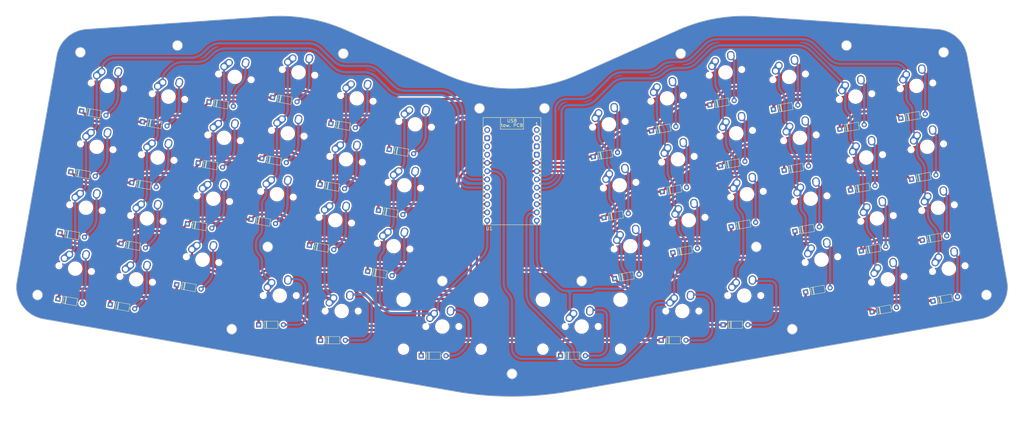
<source format=kicad_pcb>
(kicad_pcb (version 20221018) (generator pcbnew)
  (layers (0 "F.Cu" signal) (31 "B.Cu" signal) (34 "B.Paste" user) (35 "F.Paste" user) (36 "B.SilkS" user "B.Silkscreen") (37 "F.SilkS" user "F.Silkscreen") (38 "B.Mask" user) (39 "F.Mask" user) (44 "Edge.Cuts" user))
  (net 0 "")
  (net 1 "ROW0")
  (net 2 "Net-(D1-A)")
  (net 3 "Net-(D2-A)")
  (net 4 "Net-(D3-A)")
  (net 5 "Net-(D4-A)")
  (net 6 "Net-(D5-A)")
  (net 7 "Net-(D6-A)")
  (net 8 "Net-(D7-A)")
  (net 9 "Net-(D8-A)")
  (net 10 "Net-(D9-A)")
  (net 11 "Net-(D10-A)")
  (net 12 "Net-(D11-A)")
  (net 13 "Net-(D12-A)")
  (net 14 "ROW1")
  (net 15 "Net-(D13-A)")
  (net 16 "Net-(D14-A)")
  (net 17 "Net-(D15-A)")
  (net 18 "Net-(D16-A)")
  (net 19 "Net-(D17-A)")
  (net 20 "Net-(D18-A)")
  (net 21 "Net-(D19-A)")
  (net 22 "Net-(D20-A)")
  (net 23 "Net-(D21-A)")
  (net 24 "Net-(D22-A)")
  (net 25 "Net-(D23-A)")
  (net 26 "Net-(D24-A)")
  (net 27 "ROW2")
  (net 28 "Net-(D25-A)")
  (net 29 "Net-(D26-A)")
  (net 30 "Net-(D27-A)")
  (net 31 "Net-(D28-A)")
  (net 32 "Net-(D29-A)")
  (net 33 "Net-(D30-A)")
  (net 34 "Net-(D31-A)")
  (net 35 "Net-(D32-A)")
  (net 36 "Net-(D33-A)")
  (net 37 "Net-(D34-A)")
  (net 38 "Net-(D35-A)")
  (net 39 "Net-(D36-A)")
  (net 40 "ROW3")
  (net 41 "Net-(D37-A)")
  (net 42 "Net-(D38-A)")
  (net 43 "Net-(D39-A)")
  (net 44 "Net-(D40-A)")
  (net 45 "Net-(D41-A)")
  (net 46 "Net-(D42-A)")
  (net 47 "Net-(D43-A)")
  (net 48 "Net-(D44-A)")
  (net 49 "Net-(D45-A)")
  (net 50 "Net-(D46-A)")
  (net 51 "Net-(D47-A)")
  (net 52 "Net-(D48-A)")
  (net 53 "COL0")
  (net 54 "COL1")
  (net 55 "COL2")
  (net 56 "COL3")
  (net 57 "COL4")
  (net 58 "COL5")
  (net 59 "COL6")
  (net 60 "COL7")
  (net 61 "COL8")
  (net 62 "COL9")
  (net 63 "COL10")
  (net 64 "COL11")
  (footprint "Diode_THT:D_DO-35_SOD27_P7.62mm_Horizontal" (layer "F.Cu") (at 172.293038 125.738442 -10)
    (fp_text reference "D18" hide)
    (fp_text value "1N4148" hide)
  )
  (footprint "mx:MX-Alps-Hybrid-1U" (layer "F.Cu") (at 337.784819 87.393456 10)
    (fp_text reference "MX12" hide)
    (fp_text value "MX" hide)
  )
  (footprint "mx:MX-Alps-Hybrid-1U" (layer "F.Cu") (at 322.332229 109.462041 10)
    (fp_text reference "MX23" hide)
    (fp_text value "MX" hide)
  )
  (footprint "mx:MX-Alps-Hybrid-1U" (layer "F.Cu") (at 298.609645 84.629157 10)
    (fp_text reference "MX10" hide)
    (fp_text value "MX" hide)
  )
  (footprint "Diode_THT:D_DO-35_SOD27_P7.62mm_Horizontal" (layer "F.Cu") (at 280.799636 130.760166 10)
    (fp_text reference "D33" hide)
    (fp_text value "1N4148" hide)
  )
  (footprint "Diode_THT:D_DO-35_SOD27_P7.62mm_Horizontal" (layer "F.Cu") (at 259.55805 119.997723 10)
    (fp_text reference "D20" hide)
    (fp_text value "1N4148" hide)
  )
  (footprint "Diode_THT:D_DO-35_SOD27_P7.62mm_Horizontal" (layer "F.Cu") (at 168.98504 144.499029 -10)
    (fp_text reference "D30" hide)
    (fp_text value "1N4148" hide)
  )
  (footprint "Diode_THT:D_DO-35_SOD27_P7.62mm_Horizontal" (layer "F.Cu") (at 244.932459 146.756456 10)
    (fp_text reference "D31" hide)
    (fp_text value "1N4148" hide)
  )
  (footprint "mx:MX-Alps-Hybrid-1U" (layer "F.Cu") (at 176.949124 136.764473 -10)
    (fp_text reference "MX30" hide)
    (fp_text value "MX" hide)
  )
  (footprint "mx:MX-Alps-Hybrid-1U" (layer "F.Cu") (at 85.627184 106.154044 -10)
    (fp_text reference "MX13" hide)
    (fp_text value "MX" hide)
  )
  (footprint "Diode_THT:D_DO-35_SOD27_P7.62mm_Horizontal" (layer "F.Cu") (at 278.2975 160.975)
    (fp_text reference "D45" hide)
    (fp_text value "1N4148" hide)
  )
  (footprint "mx:MX-Alps-Hybrid-1U" (layer "F.Cu") (at 344.400814 124.914631 10)
    (fp_text reference "MX36" hide)
    (fp_text value "MX" hide)
  )
  (footprint "mx:MX-Alps-Hybrid-1U" (layer "F.Cu") (at 160.9725 156.7375)
    (fp_text reference "MX41" hide)
    (fp_text value "MX" hide)
  )
  (footprint "Diode_THT:D_DO-35_SOD27_P7.62mm_Horizontal" (layer "F.Cu") (at 80.971098 95.128012 -10)
    (fp_text reference "D1" hide)
    (fp_text value "1N4148" hide)
  )
  (footprint "Diode_THT:D_DO-35_SOD27_P7.62mm_Horizontal" (layer "F.Cu") (at 154.4725 165.7375)
    (fp_text reference "D41" hide)
    (fp_text value "1N4148" hide)
  )
  (footprint "Diode_THT:D_DO-35_SOD27_P7.62mm_Horizontal" (layer "F.Cu") (at 241.624461 127.995868 10)
    (fp_text reference "D19" hide)
    (fp_text value "1N4148" hide)
  )
  (footprint "Diode_THT:D_DO-35_SOD27_P7.62mm_Horizontal" (layer "F.Cu") (at 110.222279 148.645477 -10)
    (fp_text reference "D39" hide)
    (fp_text value "1N4148" hide)
  )
  (footprint "mx:MX-Alps-Hybrid-2.25U-ReversedStabilizers" (layer "F.Cu") (at 234.79125 161.5)
    (fp_text reference "MX43" hide)
    (fp_text value "MX" hide)
  )
  (footprint "mx:MX-Alps-Hybrid-1U" (layer "F.Cu") (at 243.154881 99.243298 10)
    (fp_text reference "MX7" hide)
    (fp_text value "MX" hide)
  )
  (footprint "mx:MX-Alps-Hybrid-1U" (layer "F.Cu") (at 159.015536 128.766329 -10)
    (fp_text reference "MX29" hide)
    (fp_text value "MX" hide)
  )
  (footprint "Diode_THT:D_DO-35_SOD27_P7.62mm_Horizontal" (layer "F.Cu") (at 332.946402 97.385438 10)
    (fp_text reference "D12" hide)
    (fp_text value "1N4148" hide)
  )
  (footprint "Diode_THT:D_DO-35_SOD27_P7.62mm_Horizontal" (layer "F.Cu") (at 262.866047 138.758311 10)
    (fp_text reference "D32" hide)
    (fp_text value "1N4148" hide)
  )
  (footprint "mx:MX-Alps-Hybrid-1U" (layer "F.Cu") (at 141.081948 120.768184 -10)
    (fp_text reference "MX28" hide)
    (fp_text value "MX" hide)
  )
  (footprint "mx:MX-Alps-Hybrid-1U" (layer "F.Cu") (at 282.330055 102.007596 10)
    (fp_text reference "MX21" hide)
    (fp_text value "MX" hide)
  )
  (footprint "Diode_THT:D_DO-35_SOD27_P7.62mm_Horizontal" (layer "F.Cu") (at 342.870395 153.667201 10)
    (fp_text reference "D48" hide)
    (fp_text value "1N4148" hide)
  )
  (footprint "mx:MX-Alps-Hybrid-1U" (layer "F.Cu") (at 325.640227 128.222629 10)
    (fp_text reference "MX35" hide)
    (fp_text value "MX" hide)
  )
  (footprint "mx:MX-Alps-Hybrid-1U" (layer "F.Cu") (at 183.56512 99.243298 -10)
    (fp_text reference "MX6" hide)
    (fp_text value "MX" hide)
  )
  (footprint "mx:MX-Alps-Hybrid-1U" (layer "F.Cu") (at 101.079774 128.222629 -10)
    (fp_text reference "MX26" hide)
    (fp_text value "MX" hide)
  )
  (footprint "Diode_THT:D_DO-35_SOD27_P7.62mm_Horizontal" (layer "F.Cu") (at 135.4225 160.975)
    (fp_text reference "D40" hide)
    (fp_text value "1N4148" hide)
  )
  (footprint "mx:MX-Alps-Hybrid-1U" (layer "F.Cu") (at 88.935182 87.393456 -10)
    (fp_text reference "MX1" hide)
    (fp_text value "MX" hide)
  )
  (footprint "Diode_THT:D_DO-35_SOD27_P7.62mm_Horizontal" (layer "F.Cu") (at 157.667447 98.979709 -10)
    (fp_text reference "D5" hide)
    (fp_text value "1N4148" hide)
  )
  (footprint "mx:MX-Alps-Hybrid-1U" (layer "F.Cu") (at 162.323534 110.005741 -10)
    (fp_text reference "MX17" hide)
    (fp_text value "MX" hide)
  )
  (footprint "mx:MX-Alps-Hybrid-1U" (layer "F.Cu") (at 118.186363 140.910921 -10)
    (fp_text reference "MX39" hide)
    (fp_text value "MX" hide)
  )
  (footprint "Diode_THT:D_DO-35_SOD27_P7.62mm_Horizontal" (layer "F.Cu") (at 293.771227 94.62114 10)
    (fp_text reference "D10" hide)
    (fp_text value "1N4148" hide)
  )
  (footprint "Diode_THT:D_DO-35_SOD27_P7.62mm_Horizontal" (layer "F.Cu") (at 277.491638 111.999579 10)
    (fp_text reference "D21" hide)
    (fp_text value "1N4148" hide)
  )
  (footprint "mx:MX-Alps-Hybrid-1U" (layer "F.Cu") (at 341.092817 106.154043 10)
    (fp_text reference "MX24" hide)
    (fp_text value "MX" hide)
  )
  (footprint "mx:MX-Alps-Hybrid-1U" (layer "F.Cu") (at 141.9225 151.975)
    (fp_text reference "MX40" hide)
    (fp_text value "MX" hide)
  )
  (footprint "mx:MX-Alps-Hybrid-1U" (layer "F.Cu") (at 249.770876 136.764473 10)
    (fp_text reference "MX31" hide)
    (fp_text value "MX" hide)
  )
  (footprint "Diode_THT:D_DO-35_SOD27_P7.62mm_Horizontal" (layer "F.Cu") (at 136.425861 109.742152 -10)
    (fp_text reference "D16" hide)
    (fp_text value "1N4148" hide)
  )
  (footprint "mx:MX-Alps-Hybrid-1U" (layer "F.Cu") (at 128.110356 84.629158 -10)
    (fp_text reference "MX3" hide)
    (fp_text value "MX" hide)
  )
  (footprint "mx:MX-Alps-Hybrid-1U" (layer "F.Cu") (at 264.396467 110.005741 10)
    (fp_text reference "MX20" hide)
    (fp_text value "MX" hide)
  )
  (footprint "Diode_THT:D_DO-35_SOD27_P7.62mm_Horizontal" (layer "F.Cu") (at 259.2475 165.7375)
    (fp_text reference "D44" hide)
    (fp_text value "1N4148" hide)
  )
  (footprint "Diode_THT:D_DO-35_SOD27_P7.62mm_Horizontal" (layer "F.Cu") (at 113.530276 129.884889 -10)
    (fp_text reference "D27" hide)
    (fp_text value "1N4148" hide)
  )
  (footprint "Diode_THT:D_DO-35_SOD27_P7.62mm_Horizontal" (layer "F.Cu") (at 274.18364 93.238991 10)
    (fp_text reference "D9" hide)
    (fp_text value "1N4148" hide)
  )
  (footprint "mx:MX-Alps-Hybrid-1U" (layer "F.Cu") (at 319.024231 90.701453 10)
    (fp_text reference "MX11" hide)
    (fp_text value "MX" hide)
  )
  (footprint "PCM_marbastlib-xp-promicroish:ProMicro_USBdn" (layer "F.Cu") (at 213.36 114.935)
    (fp_text reference "U1")
    (fp_text value "ProMicro")
  )
  (footprint "Diode_THT:D_DO-35_SOD27_P7.62mm_Horizontal" (layer "F.Cu") (at 303.695221 150.902903 10)
    (fp_text reference "D46" hide)
    (fp_text value "1N4148" hide)
  )
  (footprint "Diode_THT:D_DO-35_SOD27_P7.62mm_Horizontal" (layer "F.Cu") (at 320.801809 138.214611 10)
    (fp_text reference "D35" hide)
    (fp_text value "1N4148" hide)
  )
  (footprint "Diode_THT:D_DO-35_SOD27_P7.62mm_Horizontal" (layer "F.Cu") (at 151.051452 136.500885 -10)
    (fp_text reference "D29" hide)
    (fp_text value "1N4148" hide)
  )
  (footprint "mx:MX-Alps-Hybrid-1U" (layer "F.Cu") (at 124.802358 103.389745 -10)
    (fp_text reference "MX15" hide)
    (fp_text value "MX" hide)
  )
  (footprint "Diode_THT:D_DO-35_SOD27_P7.62mm_Horizontal" (layer "F.Cu") (at 256.250052 101.237136 10)
    (fp_text reference "D8" hide)
    (fp_text value "1N4148" hide)
  )
  (footprint "Diode_THT:D_DO-35_SOD27_P7.62mm_Horizontal" (layer "F.Cu") (at 317.493812 119.454024 10)
    (fp_text reference "D23" hide)
    (fp_text value "1N4148" hide)
  )
  (footprint "Diode_THT:D_DO-35_SOD27_P7.62mm_Horizontal" (layer "F.Cu") (at 238.316464 109.23528 10)
    (fp_text reference "D7" hide)
    (fp_text value "1N4148" hide)
  )
  (footprint "Diode_THT:D_DO-35_SOD27_P7.62mm_Horizontal" (layer "F.Cu") (at 324.109807 156.975199 10)
    (fp_text reference "D47" hide)
    (fp_text value "1N4148" hide)
  )
  (footprint "Diode_THT:D_DO-35_SOD27_P7.62mm_Horizontal" (layer "F.Cu") (at 139.733859 90.981565 -10)
    (fp_text reference "D4" hide)
    (fp_text value "1N4148" hide)
  )
  (footprint "mx:MX-Alps-Hybrid-1U" (layer "F.Cu") (at 328.948225 146.983216 10)
    (fp_text reference "MX47" hide)
    (fp_text value "MX" hide)
  )
  (footprint "mx:MX-Alps-Hybrid-2.25U-ReversedStabilizers" (layer "F.Cu") (at 191.92875 161.5)
    (fp_text reference "MX42" hide)
    (fp_text value "MX" hide)
  )
  (footprint "mx:MX-Alps-Hybrid-1U" (layer "F.Cu") (at 180.257122 118.003886 -10)
    (fp_text reference "MX18" hide)
    (fp_text value "MX" hide)
  )
  (footprint "mx:MX-Alps-Hybrid-1U" (layer "F.Cu") (at 267.704465 128.766328 10)
    (fp_text reference "MX32" hide)
    (fp_text value "MX" hide)
  )
  (footprint "mx:MX-Alps-Hybrid-1U" (layer "F.Cu") (at 82.319186 124.914631 -10)
    (fp_text reference "MX25" hide)
    (fp_text value "MX" hide)
  )
  (footprint "mx:MX-Alps-Hybrid-1U" (layer "F.Cu") (at 97.771776 146.983217 -10)
    (fp_text reference "MX38" hide)
    (fp_text value "MX" hide)
  )
  (footprint "mx:MX-Alps-Hybrid-1U" (layer "F.Cu") (at 261.088469 91.245153 10)
    (fp_text reference "MX8" hide)
    (fp_text value "MX" hide)
  )
  (footprint "mx:MX-Alps-Hybrid-1U" (layer "F.Cu") (at 347.708812 143.675219 10)
    (fp_text reference "MX48" hide)
    (fp_text value "MX" hide)
  )
  (footprint "Diode_THT:D_DO-35_SOD27_P7.62mm_Horizontal" (layer "F.Cu") (at 339.562397 134.906614 10)
    (fp_text reference "D36" hide)
    (fp_text value "1N4148" hide)
  )
  (footprint "Diode_THT:D_DO-35_SOD27_P7.62mm_Horizontal" (layer "F.Cu") (at 93.11569 135.957185 -10)
    (fp_text reference "D26" hide)
    (fp_text value "1N4148" hide)
  )
  (footprint "Diode_THT:D_DO-35_SOD27_P7.62mm_Horizontal" (layer "F.Cu") (at 116.838274 111.124301 -10)
    (fp_text reference "D15" hide)
    (fp_text value "1N4148" hide)
  )
  (footprint "Diode_THT:D_DO-35_SOD27_P7.62mm_Horizontal" (layer "F.Cu") (at 175.601036 106.977854 -10)
    (fp_text reference "D6" hide)
    (fp_text value "1N4148" hide)
  )
  (footprint "mx:MX-Alps-Hybrid-1U" (layer "F.Cu") (at 144.389945 102.007596 -10)
    (fp_text reference "MX16" hide)
    (fp_text value "MX" hide)
  )
  (footprint "mx:MX-Alps-Hybrid-1U" (layer "F.Cu") (at 147.697943 83.247009 -10)
    (fp_text reference "MX4" hide)
    (fp_text value "MX" hide)
  )
  (footprint "Diode_THT:D_DO-35_SOD27_P7.62mm_Horizontal" (layer "F.Cu") (at 99.731685 98.43601 -10)
    (fp_text reference "D2" hide)
    (fp_text value "1N4148" hide)
  )
  (footprint "mx:MX-Alps-Hybrid-1U" (layer "F.Cu") (at 104.387772 109.462041 -10)
    (fp_text reference "MX14" hide)
    (fp_text value "MX" hide)
  )
  (footprint "mx:MX-Alps-Hybrid-1U" (layer "F.Cu") (at 305.22564 122.150333 10)
    (fp_text reference "MX34" hide)
    (fp_text value "MX" hide)
  )
  (footprint "mx:MX-Alps-Hybrid-1U" (layer "F.Cu") (at 265.7475 156.7375)
    (fp_text reference "MX44" hide)
    (fp_text value "MX" hide)
  )
  (footprint "Diode_THT:D_DO-35_SOD27_P7.62mm_Horizontal" (layer "F.Cu") (at 77.6631 113.8886 -10)
    (fp_text reference "D13" hide)
    (fp_text value "1N4148" hide)
  )
  (footprint "mx:MX-Alps-Hybrid-1U" (layer "F.Cu") (at 301.917642 103.389745 10)
    (fp_text reference "MX22" hide)
    (fp_text value "MX" hide)
  )
  (footprint "Diode_THT:D_DO-35_SOD27_P7.62mm_Horizontal" (layer "F.Cu") (at 96.423688 117.196598 -10)
    (fp_text reference "D14" hide)
    (fp_text value "1N4148" hide)
  )
  (footprint "Diode_THT:D_DO-35_SOD27_P7.62mm_Horizontal" (layer "F.Cu") (at 314.185814 100.693436 10)
    (fp_text reference "D11" hide)
    (fp_text value "1N4148" hide)
  )
  (footprint "Diode_THT:D_DO-35_SOD27_P7.62mm_Horizontal" (layer "F.Cu") (at 73.717883 153.008401 -10)
    (fp_text reference "D37" hide)
    (fp_text value "1N4148" hide)
  )
  (footprint "Diode_THT:D_DO-35_SOD27_P7.62mm_Horizontal" (layer "F.Cu") (at 185.42875 170.5)
    (fp_text reference "D42" hide)
    (fp_text value "1N4148" hide)
  )
  (footprint "Diode_THT:D_DO-35_SOD27_P7.62mm_Horizontal" (layer "F.Cu") (at 120.146272 92.363714 -10)
    (fp_text reference "D3" hide)
    (fp_text value "1N4148" hide)
  )
  (footprint "Diode_THT:D_DO-35_SOD27_P7.62mm_Horizontal" (layer "F.Cu") (at 300.387223 132.142315 10)
    (fp_text reference "D34" hide)
    (fp_text value "1N4148" hide)
  )
  (footprint "mx:MX-Alps-Hybrid-1U" (layer "F.Cu") (at 165.631531 91.245153 -10)
    (fp_text reference "MX5" hide)
    (fp_text value "MX" hide)
  )
  (footprint "Diode_THT:D_DO-35_SOD27_P7.62mm_Horizontal" (layer "F.Cu") (at 154.35945 117.740297 -10)
    (fp_text reference "D17" hide)
    (fp_text value "1N4148" hide)
  )
  (footprint "mx:MX-Alps-Hybrid-1U" (layer "F.Cu") (at 107.695769 90.701454 -10)
    (fp_text reference "MX2" hide)
    (fp_text value "MX" hide)
  )
  (footprint "mx:MX-Alps-Hybrid-1U" (layer "F.Cu") (at 79.011188 143.675219 -10)
    (fp_text reference "MX37" hide)
    (fp_text value "MX" hide)
  )
  (footprint "mx:MX-Alps-Hybrid-1U" (layer "F.Cu") (at 308.533638 140.91092 10)
    (fp_text reference "MX46" hide)
    (fp_text value "MX" hide)
  )
  (footprint "Diode_THT:D_DO-35_SOD27_P7.62mm_Horizontal" (layer "F.Cu") (at 89.807692 154.717773 -10)
    (fp_text reference "D38" hide)
    (fp_text value "1N4148" hide)
  )
  (footprint "mx:MX-Alps-Hybrid-1U" (layer "F.Cu") (at 121.494361 122.150333 -10)
    (fp_text reference "MX27" hide)
    (fp_text value "MX" hide)
  )
  (footprint "mx:MX-Alps-Hybrid-1U" (layer "F.Cu") (at 246.462879 118.003885 10)
    (fp_text reference "MX19" hide)
    (fp_text value "MX" hide)
  )
  (footprint "Diode_THT:D_DO-35_SOD27_P7.62mm_Horizontal" (layer "F.Cu") (at 336.254399 116.146026 10)
    (fp_text reference "D24" hide)
    (fp_text value "1N4148" hide)
  )
  (footprint "mx:MX-Alps-Hybrid-1U" (layer "F.Cu") (at 284.7975 151.975)
    (fp_text reference "MX45" hide)
    (fp_text value "MX" hide)
  )
  (footprint "Diode_THT:D_DO-35_SOD27_P7.62mm_Horizontal" (layer "F.Cu") (at 74.355102 132.649187 -10)
    (fp_text reference "D25" hide)
    (fp_text value "1N4148" hide)
  )
  (footprint "Diode_THT:D_DO-35_SOD27_P7.62mm_Horizontal" (layer "F.Cu") (at 228.29125 170.5)
    (fp_text reference "D43" hide)
    (fp_text value "1N4148" hide)
  )
  (footprint "Diode_THT:D_DO-35_SOD27_P7.62mm_Horizontal" (layer "F.Cu") (at 297.079225 113.381728 10)
    (fp_text reference "D22" hide)
    (fp_text value "1N4148" hide)
  )
  (footprint "Diode_THT:D_DO-35_SOD27_P7.62mm_Horizontal" (layer "F.Cu") (at 133.117864 128.50274 -10)
    (fp_text reference "D28" hide)
    (fp_text value "1N4148" hide)
  )
  (footprint "mx:MX-Alps-Hybrid-1U" (layer "F.Cu") (at 285.638053 120.768184 10)
    (fp_text reference "MX33" hide)
    (fp_text value "MX" hide)
  )
  (footprint "mx:MX-Alps-Hybrid-1U" (layer "F.Cu") (at 279.022057 83.247008 10)
    (fp_text reference "MX9" hide)
    (fp_text value "MX" hide)
  )
  (gr_arc (start 73.300457 78.163287) (mid 76.454878 72.470437) (end 82.44466 69.924571) (stroke (width 0.2)) (layer "Edge.Cuts"))
  (gr_circle (center 138.223863 136.977184) (end 139.723863 136.977184) (stroke (width 0.2)) (fill none) (layer "Edge.Cuts"))
  (gr_arc (start 69.165515 159.201413) (mid 62.710476 155.0891) (end 61.053919 147.616854) (stroke (width 0.2)) (layer "Edge.Cuts"))
  (gr_circle (center 234.79125 147.5) (end 236.29125 147.5) (stroke (width 0.2)) (fill none) (layer "Edge.Cuts"))
  (gr_arc (start 365.666081 147.616854) (mid 364.009525 155.089102) (end 357.554485 159.201413) (stroke (width 0.2)) (layer "Edge.Cuts"))
  (gr_arc (start 230.724818 181.564905) (mid 213.36 183.08413) (end 195.995182 181.564905) (stroke (width 0.2)) (layer "Edge.Cuts"))
  (gr_circle (center 359.293371 151.786814) (end 360.793371 151.786814) (stroke (width 0.2)) (fill none) (layer "Edge.Cuts"))
  (gr_line (start 73.300457 78.163287) (end 61.053919 147.616854) (stroke (width 0.2)) (layer "Edge.Cuts"))
  (gr_line (start 230.724818 181.564905) (end 357.554485 159.201413) (stroke (width 0.2)) (layer "Edge.Cuts"))
  (gr_circle (center 346.119148 77.07208) (end 347.619148 77.07208) (stroke (width 0.2)) (fill none) (layer "Edge.Cuts"))
  (gr_circle (center 299.564781 162.318576) (end 301.064781 162.318576) (stroke (width 0.2)) (fill none) (layer "Edge.Cuts"))
  (gr_circle (center 110.470638 74.964394) (end 111.970638 74.964394) (stroke (width 0.2)) (fill none) (layer "Edge.Cuts"))
  (gr_circle (center 191.92875 147.5) (end 193.42875 147.5) (stroke (width 0.2)) (fill none) (layer "Edge.Cuts"))
  (gr_circle (center 80.600852 77.07208) (end 82.100852 77.07208) (stroke (width 0.2)) (fill none) (layer "Edge.Cuts"))
  (gr_circle (center 67.426629 151.786814) (end 68.926629 151.786814) (stroke (width 0.2)) (fill none) (layer "Edge.Cuts"))
  (gr_arc (start 233.725722 83.868327) (mid 213.36 88.203928) (end 192.994278 83.868327) (stroke (width 0.2)) (layer "Edge.Cuts"))
  (gr_circle (center 288.496137 136.977184) (end 289.996137 136.977184) (stroke (width 0.2)) (fill none) (layer "Edge.Cuts"))
  (gr_circle (center 316.249362 74.964394) (end 317.749362 74.964394) (stroke (width 0.2)) (fill none) (layer "Edge.Cuts"))
  (gr_circle (center 223.36 94.31988) (end 224.86 94.31988) (stroke (width 0.2)) (fill none) (layer "Edge.Cuts"))
  (gr_line (start 192.994278 83.868327) (end 162.314859 70.18571) (stroke (width 0.2)) (layer "Edge.Cuts"))
  (gr_circle (center 265.259672 77.469214) (end 266.759672 77.469214) (stroke (width 0.2)) (fill none) (layer "Edge.Cuts"))
  (gr_arc (start 344.27534 69.924571) (mid 350.265124 72.470435) (end 353.419543 78.163287) (stroke (width 0.2)) (layer "Edge.Cuts"))
  (gr_line (start 138.429763 65.974123) (end 82.44466 69.924571) (stroke (width 0.2)) (layer "Edge.Cuts"))
  (gr_arc (start 138.429763 65.974123) (mid 150.631546 66.609721) (end 162.314859 70.18571) (stroke (width 0.2)) (layer "Edge.Cuts"))
  (gr_arc (start 264.405141 70.18571) (mid 276.088454 66.609721) (end 288.290237 65.974123) (stroke (width 0.2)) (layer "Edge.Cuts"))
  (gr_circle (center 203.36 94.31988) (end 204.86 94.31988) (stroke (width 0.2)) (fill none) (layer "Edge.Cuts"))
  (gr_circle (center 161.460328 77.469214) (end 162.960328 77.469214) (stroke (width 0.2)) (fill none) (layer "Edge.Cuts"))
  (gr_circle (center 127.155219 162.318576) (end 128.655219 162.318576) (stroke (width 0.2)) (fill none) (layer "Edge.Cuts"))
  (gr_line (start 233.725722 83.868327) (end 264.405141 70.18571) (stroke (width 0.2)) (layer "Edge.Cuts"))
  (gr_circle (center 213.36 176.08413) (end 214.86 176.08413) (stroke (width 0.2)) (fill none) (layer "Edge.Cuts"))
  (gr_line (start 353.419543 78.163287) (end 365.666081 147.616854) (stroke (width 0.2)) (layer "Edge.Cuts"))
  (gr_line (start 288.290237 65.974123) (end 344.27534 69.924571) (stroke (width 0.2)) (layer "Edge.Cuts"))
  (gr_line (start 195.995182 181.564905) (end 69.165515 159.201413) (stroke (width 0.2)) (layer "Edge.Cuts"))
  (segment (start 220.98 111.125) (end 219.152038 111.125) (width 0.7) (layer "F.Cu") (net 1))
  (segment (start 143.287312 88.9) (end 148.876036 88.9) (width 0.7) (layer "F.Cu") (net 1))
  (segment (start 305.086036 90.17) (end 299.433963 90.17) (width 0.7) (layer "F.Cu") (net 1))
  (segment (start 331.878683 96.317719) (end 332.946402 97.385438) (width 0.7) (layer "F.Cu") (net 1))
  (segment (start 329.300981 95.25) (end 321.883213 95.25) (width 0.7) (layer "F.Cu") (net 1))
  (segment (start 266.50216 93.238991) (end 274.18364 93.238991) (width 0.7) (layer "F.Cu") (net 1))
  (segment (start 140.774641 89.940782) (end 139.733859 90.981565) (width 0.7) (layer "F.Cu") (net 1))
  (segment (start 293.771227 94.62114) (end 293.771227 93.231183) (width 0.7) (layer "F.Cu") (net 1))
  (segment (start 119.455197 93.054788) (end 117.536083 94.973902) (width 0.7) (layer "F.Cu") (net 1))
  (segment (start 293.771227 94.099956) (end 293.771227 94.62114) (width 0.7) (layer "F.Cu") (net 1))
  (segment (start 215.9 107.872961) (end 215.9 95.776051) (width 0.7) (layer "F.Cu") (net 1))
  (segment (start 176.619636 92.620363) (end 176.700518 92.539482) (width 0.7) (layer "F.Cu") (net 1))
  (segment (start 157.667447 97.061276) (end 157.667447 95.978723) (width 0.7) (layer "F.Cu") (net 1))
  (segment (start 175.601036 95.079482) (end 175.601036 97.960518) (width 0.7) (layer "F.Cu") (net 1))
  (segment (start 113.688327 96.567695) (end 107.953403 96.567695) (width 0.7) (layer "F.Cu") (net 1))
  (segment (start 220.98 111.125) (end 229.157961 111.125) (width 0.7) (layer "F.Cu") (net 1))
  (segment (start 211.563948 91.44) (end 179.354902 91.44) (width 0.7) (layer "F.Cu") (net 1))
  (segment (start 287.306036 87.63) (end 282.046594 87.63) (width 0.7) (layer "F.Cu") (net 1))
  (segment (start 291.153792 89.223792) (end 292.788379 90.858379) (width 0.7) (layer "F.Cu") (net 1))
  (segment (start 99.731685 98.43601) (end 103.442891 98.43601) (width 0.7) (layer "F.Cu") (net 1))
  (segment (start 232.40236 109.22764) (end 231.4575 110.1725) (width 0.7) (layer "F.Cu") (net 1))
  (segment (start 294.139759 93.21024) (end 295.586207 91.763792) (width 0.7) (layer "F.Cu") (net 1))
  (segment (start 308.933792 91.763792) (end 312.885578 95.715578) (width 0.7) (layer "F.Cu") (net 1))
  (segment (start 82.685303 96.842217) (end 80.971098 95.128012) (width 0.7) (layer "F.Cu") (net 1))
  (segment (start 157.284706 95.054706) (end 152.723792 90.493792) (width 0.7) (layer "F.Cu") (net 1))
  (segment (start 274.18364 93.238991) (end 278.198838 89.223792) (width 0.7) (layer "F.Cu") (net 1))
  (segment (start 318.035457 96.843792) (end 314.185814 100.693436) (width 0.7) (layer "F.Cu") (net 1))
  (segment (start 122.505747 90.981565) (end 139.733859 90.981565) (width 0.7) (layer "F.Cu") (net 1))
  (segment (start 158.208723 96.52) (end 174.160518 96.52) (width 0.7) (layer "F.Cu") (net 1))
  (segment (start 256.250052 101.237136) (end 248.568571 101.237136) (width 0.7) (layer "F.Cu") (net 1))
  (segment (start 314.185814 98.854625) (end 314.185814 100.693436) (width 0.7) (layer "F.Cu") (net 1))
  (segment (start 262.654404 94.832783) (end 256.250052 101.237136) (width 0.7) (layer "F.Cu") (net 1))
  (segment (start 86.533059 98.43601) (end 99.731685 98.43601) (width 0.7) (layer "F.Cu") (net 1))
  (segment (start 157.667447 97.061276) (end 157.667447 98.979709) (width 0.7) (layer "F.Cu") (net 1))
  (segment (start 238.316464 109.23528) (end 244.720815 102.830928) (width 0.7) (layer "F.Cu") (net 1))
  (segment (start 175.601036 97.960518) (end 175.601036 106.977854) (width 0.7) (layer "F.Cu") (net 1))
  (segment (start 232.436084 109.23528) (end 238.316464 109.23528) (width 0.7) (layer "F.Cu") (net 1))
  (segment (start 120.837346 91.672639) (end 119.455197 93.054788) (width 0.7) (layer "F.Cu") (net 1))
  (arc (start 152.723792 90.493792) (mid 150.958426 89.314213) (end 148.876036 88.9) (width 0.7) (layer "F.Cu") (net 1))
  (arc (start 266.50216 93.238991) (mid 264.419769 93.653204) (end 262.654404 94.832783) (width 0.7) (layer "F.Cu") (net 1))
  (arc (start 175.601036 97.960518) (mid 175.179118 96.941917) (end 174.160518 96.52) (width 0.7) (layer "F.Cu") (net 1))
  (arc (start 82.685303 96.842217) (mid 84.450668 98.021796) (end 86.533059 98.43601) (width 0.7) (layer "F.Cu") (net 1))
  (arc (start 157.284706 95.054706) (mid 157.567975 95.478648) (end 157.667447 95.978723) (width 0.7) (layer "F.Cu") (net 1))
  (arc (start 291.153792 89.223792) (mid 289.388426 88.044213) (end 287.306036 87.63) (width 0.7) (layer "F.Cu") (net 1))
  (arc (start 176.619636 92.620363) (mid 175.865761 93.748616) (end 175.601036 95.079482) (width 0.7) (layer "F.Cu") (net 1))
  (arc (start 158.208723 96.52) (mid 157.825983 96.678536) (end 157.667447 97.061276) (width 0.7) (layer "F.Cu") (net 1))
  (arc (start 294.139759 93.21024) (mid 293.867005 93.618445) (end 293.771227 94.099956) (width 0.7) (layer "F.Cu") (net 1))
  (arc (start 174.160518 96.52) (mid 175.179118 96.098082) (end 175.601036 95.079482) (width 0.7) (layer "F.Cu") (net 1))
  (arc (start 308.933792 91.763792) (mid 307.168426 90.584213) (end 305.086036 90.17) (width 0.7) (layer "F.Cu") (net 1))
  (arc (start 117.536083 94.973902) (mid 115.770717 96.153481) (end 113.688327 96.567695) (width 0.7) (layer "F.Cu") (net 1))
  (arc (start 214.63 92.71) (mid 215.569937 94.116716) (end 215.9 95.776051) (width 0.7) (layer "F.Cu") (net 1))
  (arc (start 122.505747 90.981565) (mid 121.602815 91.161169) (end 120.837346 91.672639) (width 0.7) (layer "F.Cu") (net 1))
  (arc (start 321.883213 95.25) (mid 319.800822 95.664213) (end 318.035457 96.843792) (width 0.7) (layer "F.Cu") (net 1))
  (arc (start 105.698147 97.501852) (mid 104.663427 98.19323) (end 103.442891 98.43601) (width 0.7) (layer "F.Cu") (net 1))
  (arc (start 157.667447 95.978723) (mid 157.825983 96.361463) (end 158.208723 96.52) (width 0.7) (layer "F.Cu") (net 1))
  (arc (start 232.41764 109.22764) (mid 232.426102 109.233294) (end 232.436084 109.23528) (width 0.7) (layer "F.Cu") (net 1))
  (arc (start 214.63 92.71) (mid 213.223283 91.770062) (end 211.563948 91.44) (width 0.7) (layer "F.Cu") (net 1))
  (arc (start 179.354902 91.44) (mid 177.918359 91.725746) (end 176.700518 92.539482) (width 0.7) (layer "F.Cu") (net 1))
  (arc (start 232.41764 109.22764) (mid 232.41 109.224475) (end 232.40236 109.22764) (width 0.7) (layer "F.Cu") (net 1))
  (arc (start 299.433963 90.17) (mid 297.351572 90.584213) (end 295.586207 91.763792) (width 0.7) (layer "F.Cu") (net 1))
  (arc (start 331.878683 96.317719) (mid 330.696023 95.527491) (end 329.300981 95.25) (width 0.7) (layer "F.Cu") (net 1))
  (arc (start 143.287312 88.9) (mid 141.927464 89.17049) (end 140.774641 89.940782) (width 0.7) (layer "F.Cu") (net 1))
  (arc (start 107.953403 96.567695) (mid 106.732867 96.810474) (end 105.698147 97.501852) (width 0.7) (layer "F.Cu") (net 1))
  (arc (start 292.788379 90.858379) (mid 293.515793 91.94703) (end 293.771227 93.231183) (width 0.7) (layer "F.Cu") (net 1))
  (arc (start 282.046594 87.63) (mid 279.964203 88.044213) (end 278.198838 89.223792) (width 0.7) (layer "F.Cu") (net 1))
  (arc (start 231.4575 110.1725) (mid 230.402462 110.877453) (end 229.157961 111.125) (width 0.7) (layer "F.Cu") (net 1))
  (arc (start 215.9 107.872961) (mid 216.147546 109.117462) (end 216.8525 110.1725) (width 0.7) (layer "F.Cu") (net 1))
  (arc (start 312.885578 95.715578) (mid 313.847893 97.155785) (end 314.185814 98.854625) (width 0.7) (layer "F.Cu") (net 1))
  (arc (start 216.8525 110.1725) (mid 217.907537 110.877453) (end 219.152038 111.125) (width 0.7) (layer "F.Cu") (net 1))
  (arc (start 248.568571 101.237136) (mid 246.48618 101.651349) (end 244.720815 102.830928) (width 0.7) (layer "F.Cu") (net 1))
  (segment (start 90.584825 94.341718) (end 88.475333 96.451211) (width 0.7) (layer "B.Cu") (net 2))
  (segment (start 92.178618 90.493962) (end 92.178618 83.395942) (width 0.7) (layer "B.Cu") (net 2))
  (arc (start 92.178618 90.493962) (mid 91.764404 92.576352) (end 90.584825 94.341718) (width 0.7) (layer "B.Cu") (net 2))
  (segment (start 110.939205 93.80196) (end 110.939205 86.70394) (width 0.7) (layer "B.Cu") (net 3))
  (segment (start 109.345412 97.649716) (end 107.23592 99.759209) (width 0.7) (layer "B.Cu") (net 3))
  (arc (start 110.939205 93.80196) (mid 110.524991 95.88435) (end 109.345412 97.649716) (width 0.7) (layer "B.Cu") (net 3))
  (segment (start 127.650507 91.317465) (end 127.650507 93.686913) (width 0.7) (layer "B.Cu") (net 4))
  (segment (start 131.353792 83.106253) (end 131.353792 80.631644) (width 0.7) (layer "B.Cu") (net 4))
  (segment (start 129.244299 87.469708) (end 129.759999 86.954009) (width 0.7) (layer "B.Cu") (net 4))
  (arc (start 129.244299 87.469708) (mid 128.06472 89.235074) (end 127.650507 91.317465) (width 0.7) (layer "B.Cu") (net 4))
  (arc (start 131.353792 83.106253) (mid 130.939578 85.188643) (end 129.759999 86.954009) (width 0.7) (layer "B.Cu") (net 4))
  (segment (start 149.347586 90.195271) (end 147.238094 92.304764) (width 0.7) (layer "B.Cu") (net 5))
  (segment (start 150.941379 86.347515) (end 150.941379 79.249495) (width 0.7) (layer "B.Cu") (net 5))
  (arc (start 150.941379 86.347515) (mid 150.527165 88.429905) (end 149.347586 90.195271) (width 0.7) (layer "B.Cu") (net 5))
  (segment (start 168.874967 94.345659) (end 168.874967 87.247639) (width 0.7) (layer "B.Cu") (net 6))
  (segment (start 167.281174 98.193415) (end 165.171682 100.302908) (width 0.7) (layer "B.Cu") (net 6))
  (arc (start 168.874967 94.345659) (mid 168.460753 96.428049) (end 167.281174 98.193415) (width 0.7) (layer "B.Cu") (net 6))
  (segment (start 185.214763 106.19156) (end 183.105271 108.301053) (width 0.7) (layer "B.Cu") (net 7))
  (segment (start 186.808556 102.343804) (end 186.808556 95.245784) (width 0.7) (layer "B.Cu") (net 7))
  (arc (start 186.808556 102.343804) (mid 186.394342 104.426194) (end 185.214763 106.19156) (width 0.7) (layer "B.Cu") (net 7))
  (segment (start 245.328091 94.87015) (end 244.835484 94.377543) (width 0.7) (layer "B.Cu") (net 8))
  (segment (start 245.820699 96.05941) (end 245.820699 107.912081) (width 0.7) (layer "B.Cu") (net 8))
  (arc (start 245.328091 94.87015) (mid 245.692674 95.415787) (end 245.820699 96.05941) (width 0.7) (layer "B.Cu") (net 8))
  (segment (start 263.261679 86.872005) (end 262.769072 86.379398) (width 0.7) (layer "B.Cu") (net 9))
  (segment (start 263.754287 88.061265) (end 263.754287 99.913937) (width 0.7) (layer "B.Cu") (net 9))
  (arc (start 263.261679 86.872005) (mid 263.626262 87.417642) (end 263.754287 88.061265) (width 0.7) (layer "B.Cu") (net 9))
  (segment (start 281.195267 78.87386) (end 280.70266 78.381253) (width 0.7) (layer "B.Cu") (net 10))
  (segment (start 281.687875 80.06312) (end 281.687875 91.915792) (width 0.7) (layer "B.Cu") (net 10))
  (arc (start 281.195267 78.87386) (mid 281.55985 79.419497) (end 281.687875 80.06312) (width 0.7) (layer "B.Cu") (net 10))
  (segment (start 300.782855 80.256009) (end 300.290248 79.763402) (width 0.7) (layer "B.Cu") (net 11))
  (segment (start 301.275462 81.445267) (end 301.275462 93.297941) (width 0.7) (layer "B.Cu") (net 11))
  (arc (start 300.782855 80.256009) (mid 301.147437 80.801645) (end 301.275462 81.445267) (width 0.7) (layer "B.Cu") (net 11))
  (segment (start 321.690049 87.517565) (end 321.690049 99.370237) (width 0.7) (layer "B.Cu") (net 12))
  (segment (start 321.197441 86.328305) (end 320.704834 85.835698) (width 0.7) (layer "B.Cu") (net 12))
  (arc (start 321.197441 86.328305) (mid 321.562024 86.873942) (end 321.690049 87.517565) (width 0.7) (layer "B.Cu") (net 12))
  (segment (start 340.450637 84.209568) (end 340.450637 96.062239) (width 0.7) (layer "B.Cu") (net 13))
  (segment (start 339.958029 83.020308) (end 339.465422 82.527701) (width 0.7) (layer "B.Cu") (net 13))
  (arc (start 339.958029 83.020308) (mid 340.322612 83.565945) (end 340.450637 84.209568) (width 0.7) (layer "B.Cu") (net 13))
  (segment (start 334.933013 115.223013) (end 335.856026 116.146026) (width 0.7) (layer "F.Cu") (net 14))
  (segment (start 233.68 119.085064) (end 233.68 124.127789) (width 0.7) (layer "F.Cu") (net 14))
  (segment (start 117.529348 110.433226) (end 117.063637 110.898937) (width 0.7) (layer "F.Cu") (net 14))
  (segment (start 297.079225 111.215991) (end 297.079225 113.381728) (width 0.7) (layer "F.Cu") (net 14))
  (segment (start 317.493812 115.573094) (end 317.493812 115.566906) (width 0.7) (layer "F.Cu") (net 14))
  (segment (start 296.494612 109.804612) (end 293.693792 107.003792) (width 0.7) (layer "F.Cu") (net 14))
  (segment (start 154.35945 115.860275) (end 154.35945 115.279725) (width 0.7) (layer "F.Cu") (net 14))
  (segment (start 154.35945 115.860275) (end 154.35945 117.740297) (width 0.7) (layer "F.Cu") (net 14))
  (segment (start 154.154194 114.784194) (end 148.913792 109.543792) (width 0.7) (layer "F.Cu") (net 14))
  (segment (start 277.491638 111.999579) (end 282.487424 107.003792) (width 0.7) (layer "F.Cu") (net 14))
  (segment (start 97.871987 115.748299) (end 96.423688 117.196598) (width 0.7) (layer "F.Cu") (net 14))
  (segment (start 265.962401 113.593371) (end 259.55805 119.997723) (width 0.7) (layer "F.Cu") (net 14))
  (segment (start 220.98 113.665) (end 228.259935 113.665) (width 0.7) (layer "F.Cu") (net 14))
  (segment (start 101.36849 114.3) (end 112.505169 114.3) (width 0.7) (layer "F.Cu") (net 14))
  (segment (start 119.197749 109.742152) (end 135.158618 109.742152) (width 0.7) (layer "F.Cu") (net 14))
  (segment (start 317.495999 115.567812) (end 318.128812 114.935) (width 0.7) (layer "F.Cu") (net 14))
  (segment (start 172.824019 123.825) (end 191.692961 123.825) (width 0.7) (layer "F.Cu") (net 14))
  (segment (start 289.846036 105.41) (end 286.33518 105.41) (width 0.7) (layer "F.Cu") (net 14))
  (segment (start 194.945 120.572961) (end 194.945 100.407038) (width 0.7) (layer "F.Cu") (net 14))
  (segment (start 154.649725 115.57) (end 162.846036 115.57) (width 0.7) (layer "F.Cu") (net 14))
  (segment (start 115.569136 113.030862) (end 116.61291 111.987089) (width 0.7) (layer "F.Cu") (net 14))
  (segment (start 269.810157 111.999579) (end 277.491638 111.999579) (width 0.7) (layer "F.Cu") (net 14))
  (segment (start 83.225061 117.196598) (end 96.423688 117.196598) (width 0.7) (layer "F.Cu") (net 14))
  (segment (start 251.876569 119.997723) (end 259.55805 119.997723) (width 0.7) (layer "F.Cu") (net 14))
  (segment (start 241.624461 127.995868) (end 237.548078 127.995868) (width 0.7) (layer "F.Cu") (net 14))
  (segment (start 312.743792 110.813792) (end 317.491624 115.561624) (width 0.7) (layer "F.Cu") (net 14))
  (segment (start 317.493812 115.573094) (end 317.493812 119.454024) (width 0.7) (layer "F.Cu") (net 14))
  (segment (start 319.661837 114.3) (end 332.704662 114.3) (width 0.7) (layer "F.Cu") (net 14))
  (segment (start 172.293038 124.355981) (end 172.293038 125.738442) (width 0.7) (layer "F.Cu") (net 14))
  (segment (start 216.682467 112.542467) (end 215.588792 111.448792) (width 0.7) (layer "F.Cu") (net 14))
  (segment (start 213.995 100.407038) (end 213.995 107.601036) (width 0.7) (layer "F.Cu") (net 14))
  (segment (start 166.693792 117.163792) (end 171.917577 122.387577) (width 0.7) (layer "F.Cu") (net 14))
  (segment (start 79.377305 115.602805) (end 77.6631 113.8886) (width 0.7) (layer "F.Cu") (net 14))
  (segment (start 198.197038 97.155) (end 210.742961 97.155) (width 0.7) (layer "F.Cu") (net 14))
  (segment (start 172.293038 124.355981) (end 172.293038 123.294019) (width 0.7) (layer "F.Cu") (net 14))
  (segment (start 220.98 113.665) (end 219.3925 113.665) (width 0.7) (layer "F.Cu") (net 14))
  (segment (start 241.624461 127.995868) (end 248.028813 121.591515) (width 0.7) (layer "F.Cu") (net 14))
  (segment (start 145.066036 107.95) (end 139.485255 107.95) (width 0.7) (layer "F.Cu") (net 14))
  (segment (start 299.075216 109.22) (end 308.896036 109.22) (width 0.7) (layer "F.Cu") (net 14))
  (arc (start 299.075216 109.22) (mid 298.311383 109.371935) (end 297.663837 109.804612) (width 0.7) (layer "F.Cu") (net 14))
  (arc (start 154.35945 115.279725) (mid 154.444469 115.48498) (end 154.649725 115.57) (width 0.7) (layer "F.Cu") (net 14))
  (arc (start 213.995 107.601036) (mid 214.409213 109.683426) (end 215.588792 111.448792) (width 0.7) (layer "F.Cu") (net 14))
  (arc (start 317.493812 115.566906) (mid 317.494602 115.568089) (end 317.495999 115.567812) (width 0.7) (layer "F.Cu") (net 14))
  (arc (start 319.661837 114.3) (mid 318.832169 114.465031) (end 318.128812 114.935) (width 0.7) (layer "F.Cu") (net 14))
  (arc (start 213.0425 98.1075) (mid 213.747453 99.162537) (end 213.995 100.407038) (width 0.7) (layer "F.Cu") (net 14))
  (arc (start 154.649725 115.57) (mid 154.444469 115.655019) (end 154.35945 115.860275) (width 0.7) (layer "F.Cu") (net 14))
  (arc (start 234.812934 126.862934) (mid 236.067828 127.701428) (end 237.548078 127.995868) (width 0.7) (layer "F.Cu") (net 14))
  (arc (start 148.913792 109.543792) (mid 147.148426 108.364213) (end 145.066036 107.95) (width 0.7) (layer "F.Cu") (net 14))
  (arc (start 269.810157 111.999579) (mid 267.727766 112.413792) (end 265.962401 113.593371) (width 0.7) (layer "F.Cu") (net 14))
  (arc (start 137.321937 108.846076) (mid 136.329397 109.509269) (end 135.158618 109.742152) (width 0.7) (layer "F.Cu") (net 14))
  (arc (start 154.154194 114.784194) (mid 154.306105 115.011545) (end 154.35945 115.279725) (width 0.7) (layer "F.Cu") (net 14))
  (arc (start 166.693792 117.163792) (mid 164.928426 115.984213) (end 162.846036 115.57) (width 0.7) (layer "F.Cu") (net 14))
  (arc (start 117.063637 110.898937) (mid 116.896843 111.148561) (end 116.838274 111.443013) (width 0.7) (layer "F.Cu") (net 14))
  (arc (start 232.0925 115.2525) (mid 230.334104 114.077577) (end 228.259935 113.665) (width 0.7) (layer "F.Cu") (net 14))
  (arc (start 194.945 120.572961) (mid 194.697453 121.817462) (end 193.9925 122.8725) (width 0.7) (layer "F.Cu") (net 14))
  (arc (start 171.917577 122.387577) (mid 172.195458 122.803456) (end 172.293038 123.294019) (width 0.7) (layer "F.Cu") (net 14))
  (arc (start 317.495999 115.567812) (mid 317.49438 115.570235) (end 317.493812 115.573094) (width 0.7) (layer "F.Cu") (net 14))
  (arc (start 101.36849 114.3) (mid 99.476196 114.6764) (end 97.871987 115.748299) (width 0.7) (layer "F.Cu") (net 14))
  (arc (start 172.824019 123.825) (mid 172.448558 123.98052) (end 172.293038 124.355981) (width 0.7) (layer "F.Cu") (net 14))
  (arc (start 139.485255 107.95) (mid 138.314475 108.182882) (end 137.321937 108.846076) (width 0.7) (layer "F.Cu") (net 14))
  (arc (start 216.682467 112.542467) (mid 217.92584 113.373263) (end 219.3925 113.665) (width 0.7) (layer "F.Cu") (net 14))
  (arc (start 232.0925 115.2525) (mid 233.267422 117.010895) (end 233.68 119.085064) (width 0.7) (layer "F.Cu") (net 14))
  (arc (start 172.293038 123.294019) (mid 172.448558 123.669479) (end 172.824019 123.825) (width 0.7) (layer "F.Cu") (net 14))
  (arc (start 317.491624 115.561624) (mid 317.493243 115.564047) (end 317.493812 115.566906) (width 0.7) (layer "F.Cu") (net 14))
  (arc (start 293.693792 107.003792) (mid 291.928426 105.824213) (end 289.846036 105.41) (width 0.7) (layer "F.Cu") (net 14))
  (arc (start 297.663837 109.804612) (mid 297.23116 110.452158) (end 297.079225 111.215991) (width 0.7) (layer "F.Cu") (net 14))
  (arc (start 193.9925 122.8725) (mid 192.937462 123.577453) (end 191.692961 123.825) (width 0.7) (layer "F.Cu") (net 14))
  (arc (start 233.68 124.127789) (mid 233.974439 125.608038) (end 234.812934 126.862934) (width 0.7) (layer "F.Cu") (net 14))
  (arc (start 251.876569 119.997723) (mid 249.794178 120.411936) (end 248.028813 121.591515) (width 0.7) (layer "F.Cu") (net 14))
  (arc (start 198.197038 97.155) (mid 196.952537 97.402546) (end 195.8975 98.1075) (width 0.7) (layer "F.Cu") (net 14))
  (arc (start 79.377305 115.602805) (mid 81.14267 116.782384) (end 83.225061 117.196598) (width 0.7) (layer "F.Cu") (net 14))
  (arc (start 116.838274 111.443013) (mid 116.779703 111.737465) (end 116.61291 111.987089) (width 0.7) (layer "F.Cu") (net 14))
  (arc (start 312.743792 110.813792) (mid 310.978426 109.634213) (end 308.896036 109.22) (width 0.7) (layer "F.Cu") (net 14))
  (arc (start 119.197749 109.742152) (mid 118.294817 109.921756) (end 117.529348 110.433226) (width 0.7) (layer "F.Cu") (net 14))
  (arc (start 286.33518 105.41) (mid 284.252789 105.824213) (end 282.487424 107.003792) (width 0.7) (layer "F.Cu") (net 14))
  (arc (start 115.569136 113.030862) (mid 114.163376 113.970161) (end 112.505169 114.3) (width 0.7) (layer "F.Cu") (net 14))
  (arc (start 296.494612 109.804612) (mid 297.079224 110.046766) (end 297.663837 109.804612) (width 0.7) (layer "F.Cu") (net 14))
  (arc (start 334.933013 115.223013) (mid 333.910636 114.539883) (end 332.704662 114.3) (width 0.7) (layer "F.Cu") (net 14))
  (arc (start 297.079225 111.215991) (mid 296.927289 110.452158) (end 296.494612 109.804612) (width 0.7) (layer "F.Cu") (net 14))
  (arc (start 195.8975 98.1075) (mid 195.192546 99.162537) (end 194.945 100.407038) (width 0.7) (layer "F.Cu") (net 14))
  (arc (start 213.0425 98.1075) (mid 211.987462 97.402546) (end 210.742961 97.155) (width 0.7) (layer "F.Cu") (net 14))
  (segment (start 87.276827 113.102306) (end 85.167335 115.211799) (width 0.7) (layer "B.Cu") (net 15))
  (segment (start 88.87062 109.25455) (end 88.87062 102.15653) (width 0.7) (layer "B.Cu") (net 15))
  (arc (start 88.87062 109.25455) (mid 88.456406 111.33694) (end 87.276827 113.102306) (width 0.7) (layer "B.Cu") (net 15))
  (segment (start 107.631208 111.094828) (end 107.631208 105.464527) (width 0.7) (layer "B.Cu") (net 16))
  (segment (start 103.927923 117.785937) (end 103.927923 118.519797) (width 0.7) (layer "B.Cu") (net 16))
  (segment (start 104.44684 116.533159) (end 106.037415 114.942584) (width 0.7) (layer "B.Cu") (net 16))
  (arc (start 104.44684 116.533159) (mid 104.062785 117.107938) (end 103.927923 117.785937) (width 0.7) (layer "B.Cu") (net 16))
  (arc (start 107.631208 111.094828) (mid 107.216994 113.177218) (end 106.037415 114.942584) (width 0.7) (layer "B.Cu") (net 16))
  (segment (start 126.452001 110.338007) (end 124.342509 112.4475) (width 0.7) (layer "B.Cu") (net 17))
  (segment (start 128.045794 106.490251) (end 128.045794 99.392231) (width 0.7) (layer "B.Cu") (net 17))
  (arc (start 128.045794 106.490251) (mid 127.63158 108.572641) (end 126.452001 110.338007) (width 0.7) (layer "B.Cu") (net 17))
  (segment (start 147.633381 105.108102) (end 147.633381 98.010082) (width 0.7) (layer "B.Cu") (net 18))
  (segment (start 146.039588 108.955858) (end 143.930096 111.065351) (width 0.7) (layer "B.Cu") (net 18))
  (arc (start 147.633381 105.108102) (mid 147.219167 107.190492) (end 146.039588 108.955858) (width 0.7) (layer "B.Cu") (net 18))
  (segment (start 163.973177 116.954003) (end 161.863685 119.063496) (width 0.7) (layer "B.Cu") (net 19))
  (segment (start 165.56697 113.106247) (end 165.56697 106.008227) (width 0.7) (layer "B.Cu") (net 19))
  (arc (start 165.56697 113.106247) (mid 165.152756 115.188637) (end 163.973177 116.954003) (width 0.7) (layer "B.Cu") (net 19))
  (segment (start 183.500558 121.104392) (end 183.500558 114.006372) (width 0.7) (layer "B.Cu") (net 20))
  (segment (start 181.906765 124.952148) (end 179.797273 127.061641) (width 0.7) (layer "B.Cu") (net 20))
  (arc (start 183.500558 121.104392) (mid 183.086344 123.186782) (end 181.906765 124.952148) (width 0.7) (layer "B.Cu") (net 20))
  (segment (start 248.636089 113.630737) (end 248.143482 113.13813) (width 0.7) (layer "B.Cu") (net 21))
  (segment (start 249.128696 114.819995) (end 249.128696 126.672669) (width 0.7) (layer "B.Cu") (net 21))
  (arc (start 248.636089 113.630737) (mid 249.000671 114.176373) (end 249.128696 114.819995) (width 0.7) (layer "B.Cu") (net 21))
  (segment (start 267.062285 106.821853) (end 267.062285 118.674524) (width 0.7) (layer "B.Cu") (net 22))
  (segment (start 266.569677 105.632593) (end 266.07707 105.139986) (width 0.7) (layer "B.Cu") (net 22))
  (arc (start 266.569677 105.632593) (mid 266.93426 106.17823) (end 267.062285 106.821853) (width 0.7) (layer "B.Cu") (net 22))
  (segment (start 284.995873 98.823708) (end 284.995873 110.67638) (width 0.7) (layer "B.Cu") (net 23))
  (segment (start 284.503265 97.634448) (end 284.010658 97.141841) (width 0.7) (layer "B.Cu") (net 23))
  (arc (start 284.503265 97.634448) (mid 284.867848 98.180085) (end 284.995873 98.823708) (width 0.7) (layer "B.Cu") (net 23))
  (segment (start 304.58346 100.205857) (end 304.58346 112.058529) (width 0.7) (layer "B.Cu") (net 24))
  (segment (start 304.090852 99.016597) (end 303.598245 98.52399) (width 0.7) (layer "B.Cu") (net 24))
  (arc (start 304.090852 99.016597) (mid 304.455435 99.562234) (end 304.58346 100.205857) (width 0.7) (layer "B.Cu") (net 24))
  (segment (start 324.505439 105.088893) (end 324.012832 104.596286) (width 0.7) (layer "B.Cu") (net 25))
  (segment (start 324.998047 106.278153) (end 324.998047 118.130825) (width 0.7) (layer "B.Cu") (net 25))
  (arc (start 324.505439 105.088893) (mid 324.870022 105.63453) (end 324.998047 106.278153) (width 0.7) (layer "B.Cu") (net 25))
  (segment (start 343.758634 102.970153) (end 343.758634 114.822827) (width 0.7) (layer "B.Cu") (net 26))
  (segment (start 343.266027 101.780895) (end 342.77342 101.288288) (width 0.7) (layer "B.Cu") (net 26))
  (arc (start 343.266027 101.780895) (mid 343.630609 102.326531) (end 343.758634 102.970153) (width 0.7) (layer "B.Cu") (net 26))
  (segment (start 154.262323 134.62) (end 160.306036 134.62) (width 0.7) (layer "F.Cu") (net 27))
  (segment (start 282.923963 140.335) (end 292.386036 140.335) (width 0.7) (layer "F.Cu") (net 27))
  (segment (start 262.21648 146.723519) (end 260.673792 148.266207) (width 0.7) (layer "F.Cu") (net 27))
  (segment (start 262.866047 144.104109) (end 262.866047 138.758311) (width 0.7) (layer "F.Cu") (net 27))
  (segment (start 186.976036 142.24) (end 169.58252 142.24) (width 0.7) (layer "F.Cu") (net 27))
  (segment (start 216.612038 144.145) (end 240.474424 144.145) (width 0.7) (layer "F.Cu") (net 27))
  (segment (start 114.22135 129.193814) (end 113.530276 129.884889) (width 0.7) (layer "F.Cu") (net 27))
  (segment (start 196.85 117.823963) (end 196.85 132.366036) (width 0.7) (layer "F.Cu") (net 27))
  (segment (start 322.516013 136.500406) (end 320.801809 138.214611) (width 0.7) (layer "F.Cu") (net 27))
  (segment (start 280.67 132.171666) (end 280.67 138.335001) (width 0.7) (layer "F.Cu") (net 27))
  (segment (start 280.799636 131.858697) (end 280.799636 130.760166) (width 0.7) (layer "F.Cu") (net 27))
  (segment (start 246.484231 148.308228) (end 244.932459 146.756456) (width 0.7) (layer "F.Cu") (net 27))
  (segment (start 109.782987 132.08) (end 99.246838 132.08) (width 0.7) (layer "F.Cu") (net 27))
  (segment (start 164.153792 136.213792) (end 168.87248 140.93248) (width 0.7) (layer "F.Cu") (net 27))
  (segment (start 207.9625 111.125) (end 205.74 111.125) (width 0.7) (layer "F.Cu") (net 27))
  (segment (start 79.917063 135.957185) (end 93.11569 135.957185) (width 0.7) (layer "F.Cu") (net 27))
  (segment (start 168.98504 141.098101) (end 168.98504 141.64252) (width 0.7) (layer "F.Cu") (net 27))
  (segment (start 203.5175 111.125) (end 205.74 111.125) (width 0.7) (layer "F.Cu") (net 27))
  (segment (start 211.7725 112.7125) (end 211.756544 112.696544) (width 0.7) (layer "F.Cu") (net 27))
  (segment (start 190.823792 140.646207) (end 195.256207 136.213792) (width 0.7) (layer "F.Cu") (net 27))
  (segment (start 316.249281 132.715) (end 309.957038 132.715) (width 0.7) (layer "F.Cu") (net 27))
  (segment (start 168.98504 142.83748) (end 168.98504 141.64252) (width 0.7) (layer "F.Cu") (net 27))
  (segment (start 76.069307 134.363392) (end 74.355102 132.649187) (width 0.7) (layer "F.Cu") (net 27))
  (segment (start 168.98504 142.83748) (end 168.98504 144.499029) (width 0.7) (layer "F.Cu") (net 27))
  (segment (start 168.87248 140.93248) (end 168.94752 141.00752) (width 0.7) (layer "F.Cu") (net 27))
  (segment (start 112.43272 130.982444) (end 113.530276 129.884889) (width 0.7) (layer "F.Cu") (net 27))
  (segment (start 141.256036 127) (end 135.683201 127) (width 0.7) (layer "F.Cu") (net 27))
  (segment (start 151.051452 136.500885) (end 151.051452 135.521168) (width 0.7) (layer "F.Cu") (net 27))
  (segment (start 250.23054 149.86) (end 256.826036 149.86) (width 0.7) (layer "F.Cu") (net 27))
  (segment (start 326.363769 134.906614) (end 339.562397 134.906614) (width 0.7) (layer "F.Cu") (net 27))
  (segment (start 279.076207 141.928792) (end 276.548792 144.456207) (width 0.7) (layer "F.Cu") (net 27))
  (segment (start 93.11569 135.957185) (end 95.399082 133.673792) (width 0.7) (layer "F.Cu") (net 27))
  (segment (start 263.8425 146.05) (end 272.701036 146.05) (width 0.7) (layer "F.Cu") (net 27))
  (segment (start 199.723454 112.696544) (end 198.443792 113.976207) (width 0.7) (layer "F.Cu") (net 27))
  (segment (start 319.800262 134.380262) (end 319.468404 134.048404) (width 0.7) (layer "F.Cu") (net 27))
  (segment (start 115.889751 128.50274) (end 132.055266 128.50274) (width 0.7) (layer "F.Cu") (net 27))
  (segment (start 320.801809 136.79821) (end 320.801809 138.214611) (width 0.7) (layer "F.Cu") (net 27))
  (segment (start 262.89 145.0975) (end 262.89 144.161937) (width 0.7) (layer "F.Cu") (net 27))
  (segment (start 243.626731 145.450728) (end 244.932459 146.756456) (width 0.7) (layer "F.Cu") (net 27))
  (segment (start 213.36 140.892961) (end 213.36 116.545064) (width 0.7) (layer "F.Cu") (net 27))
  (segment (start 305.357961 134.62) (end 300.442231 134.62) (width 0.7) (layer "F.Cu") (net 27))
  (segment (start 151.051452 136.500885) (end 151.991894 135.560442) (width 0.7) (layer "F.Cu") (net 27))
  (segment (start 300.371111 134.603888) (end 296.233792 138.741207) (width 0.7) (layer "F.Cu") (net 27))
  (segment (start 145.103792 128.593792) (end 150.358687 133.848687) (width 0.7) (layer "F.Cu") (net 27))
  (segment (start 300.387223 134.564991) (end 300.387223 132.142315) (width 0.7) (layer "F.Cu") (net 27))
  (arc (start 276.548792 144.456207) (mid 274.783426 145.635786) (end 272.701036 146.05) (width 0.7) (layer "F.Cu") (net 27))
  (arc (start 263.8425 146.05) (mid 262.962504 146.225041) (end 262.21648 146.723519) (width 0.7) (layer "F.Cu") (net 27))
  (arc (start 198.443792 113.976207) (mid 197.264213 115.741572) (end 196.85 117.823963) (width 0.7) (layer "F.Cu") (net 27))
  (arc (start 168.94752 141.00752) (mid 168.975288 141.049078) (end 168.98504 141.098101) (width 0.7) (layer "F.Cu") (net 27))
  (arc (start 260.673792 148.266207) (mid 258.908426 149.445786) (end 256.826036 149.86) (width 0.7) (layer "F.Cu") (net 27))
  (arc (start 145.103792 128.593792) (mid 143.338426 127.414213) (end 141.256036 127) (width 0.7) (layer "F.Cu") (net 27))
  (arc (start 203.5175 111.125) (mid 201.464177 111.53343) (end 199.723454 112.696544) (width 0.7) (layer "F.Cu") (net 27))
  (arc (start 319.468404 134.048404) (mid 317.991458 133.06154) (end 316.249281 132.715) (width 0.7) (layer "F.Cu") (net 27))
  (arc (start 211.756544 112.696544) (mid 210.015822 111.53343) (end 207.9625 111.125) (width 0.7) (layer "F.Cu") (net 27))
  (arc (start 76.069307 134.363392) (mid 77.834672 135.542971) (end 79.917063 135.957185) (width 0.7) (layer "F.Cu") (net 27))
  (arc (start 300.371111 134.603888) (mid 300.383035 134.586042) (end 300.387223 134.564991) (width 0.7) (layer "F.Cu") (net 27))
  (arc (start 115.889751 128.50274) (mid 114.986819 128.682344) (end 114.22135 129.193814) (width 0.7) (layer "F.Cu") (net 27))
  (arc (start 243.626731 145.450728) (mid 242.18044 144.484347) (end 240.474424 144.145) (width 0.7) (layer "F.Cu") (net 27))
  (arc (start 213.36 140.892961) (mid 213.607546 142.137462) (end 214.3125 143.1925) (width 0.7) (layer "F.Cu") (net 27))
  (arc (start 262.866047 144.104109) (mid 262.869159 144.119757) (end 262.878023 144.133023) (width 0.7) (layer "F.Cu") (net 27))
  (arc (start 196.85 132.366036) (mid 196.435786 134.448426) (end 195.256207 136.213792) (width 0.7) (layer "F.Cu") (net 27))
  (arc (start 262.21648 146.723519) (mid 262.714957 145.977495) (end 262.89 145.0975) (width 0.7) (layer "F.Cu") (net 27))
  (arc (start 262.89 145.0975) (mid 263.16898 145.771019) (end 263.8425 146.05) (width 0.7) (layer "F.Cu") (net 27))
  (arc (start 135.683201 127) (mid 134.701489 127.195274) (end 133.869234 127.75137) (width 0.7) (layer "F.Cu") (net 27))
  (arc (start 112.43272 130.982444) (mid 111.217012 131.794754) (end 109.782987 132.08) (width 0.7) (layer "F.Cu") (net 27))
  (arc (start 280.799636 131.858697) (mid 280.78279 131.943386) (end 280.734818 132.015182) (width 0.7) (layer "F.Cu") (net 27))
  (arc (start 280.734818 132.015182) (mid 280.686845 132.086977) (end 280.67 132.171666) (width 0.7) (layer "F.Cu") (net 27))
  (arc (start 309.957038 132.715) (mid 308.712537 132.962546) (end 307.6575 133.6675) (width 0.7) (layer "F.Cu") (net 27))
  (arc (start 214.3125 143.1925) (mid 215.367537 143.897453) (end 216.612038 144.145) (width 0.7) (layer "F.Cu") (net 27))
  (arc (start 326.363769 134.906614) (mid 324.281378 135.320827) (end 322.516013 136.500406) (width 0.7) (layer "F.Cu") (net 27))
  (arc (start 154.262323 134.62) (mid 153.033575 134.864412) (end 151.991894 135.560442) (width 0.7) (layer "F.Cu") (net 27))
  (arc (start 150.358687 133.848687) (mid 150.871408 134.616028) (end 151.051452 135.521168) (width 0.7) (layer "F.Cu") (net 27))
  (arc (start 282.923963 140.335) (mid 280.841572 140.749213) (end 279.076207 141.928792) (width 0.7) (layer "F.Cu") (net 27))
  (arc (start 246.484231 148.308228) (mid 248.203052 149.456707) (end 250.23054 149.86) (width 0.7) (layer "F.Cu") (net 27))
  (arc (start 168.98504 141.64252) (mid 169.160037 142.065002) (end 169.58252 142.24) (width 0.7) (layer "F.Cu") (net 27))
  (arc (start 307.6575 133.6675) (mid 306.602462 134.372453) (end 305.357961 134.62) (width 0.7) (layer "F.Cu") (net 27))
  (arc (start 133.869234 127.75137) (mid 133.036978 128.307465) (end 132.055266 128.50274) (width 0.7) (layer "F.Cu") (net 27))
  (arc (start 280.67 138.335001) (mid 281.33017 139.749213) (end 282.923963 140.335) (width 0.7) (layer "F.Cu") (net 27))
  (arc (start 262.878023 144.133023) (mid 262.886887 144.146289) (end 262.89 144.161937) (width 0.7) (layer "F.Cu") (net 27))
  (arc (start 164.153792 136.213792) (mid 162.388426 135.034213) (end 160.306036 134.62) (width 0.7) (layer "F.Cu") (net 27))
  (arc (start 296.233792 138.741207) (mid 294.468426 139.920786) (end 292.386036 140.335) (width 0.7) (layer "F.Cu") (net 27))
  (arc (start 211.7725 112.7125) (mid 212.947422 114.470895) (end 213.36 116.545064) (width 0.7) (layer "F.Cu") (net 27))
  (arc (start 99.246838 132.08) (mid 97.164447 132.494213) (end 95.399082 133.673792) (width 0.7) (layer "F.Cu") (net 27))
  (arc (start 300.387223 134.564991) (mid 300.39141 134.586042) (end 300.403334 134.603888) (width 0.7) (layer "F.Cu") (net 27))
  (arc (start 319.800262 134.380262) (mid 320.541515 135.489626) (end 320.801809 136.79821) (width 0.7) (layer "F.Cu") (net 27))
  (arc (start 190.823792 140.646207) (mid 189.058426 141.825786) (end 186.976036 142.24) (width 0.7) (layer "F.Cu") (net 27))
  (arc (start 300.403334 134.603888) (mid 300.387222 134.597214) (end 300.371111 134.603888) (width 0.7) (layer "F.Cu") (net 27))
  (arc (start 169.58252 142.24) (mid 169.160037 142.414997) (end 168.98504 142.83748) (width 0.7) (layer "F.Cu") (net 27))
  (arc (start 300.403334 134.603888) (mid 300.42118 134.615812) (end 300.442231 134.62) (width 0.7) (layer "F.Cu") (net 27))
  (arc (start 279.076207 141.928792) (mid 280.255786 140.22943) (end 280.67 138.335001) (width 0.7) (layer "F.Cu") (net 27))
  (segment (start 85.562622 128.015137) (end 85.562622 120.917117) (width 0.7) (layer "B.Cu") (net 28))
  (segment (start 83.968829 131.862893) (end 81.859337 133.972386) (width 0.7) (layer "B.Cu") (net 28))
  (arc (start 85.562622 128.015137) (mid 85.148408 130.097527) (end 83.968829 131.862893) (width 0.7) (layer "B.Cu") (net 28))
  (segment (start 104.32321 131.323135) (end 104.32321 124.225115) (width 0.7) (layer "B.Cu") (net 29))
  (segment (start 102.729417 135.170891) (end 100.619925 137.280384) (width 0.7) (layer "B.Cu") (net 29))
  (arc (start 104.32321 131.323135) (mid 103.908996 133.405525) (end 102.729417 135.170891) (width 0.7) (layer "B.Cu") (net 29))
  (segment (start 124.737797 125.250838) (end 124.737797 118.152819) (width 0.7) (layer "B.Cu") (net 30))
  (segment (start 123.144004 129.098594) (end 121.034511 131.208088) (width 0.7) (layer "B.Cu") (net 30))
  (arc (start 124.737797 125.250838) (mid 124.323583 127.333228) (end 123.144004 129.098594) (width 0.7) (layer "B.Cu") (net 30))
  (segment (start 144.325384 123.86869) (end 144.325384 116.77067) (width 0.7) (layer "B.Cu") (net 31))
  (segment (start 142.731591 127.716446) (end 140.622099 129.825939) (width 0.7) (layer "B.Cu") (net 31))
  (arc (start 144.325384 123.86869) (mid 143.91117 125.95108) (end 142.731591 127.716446) (width 0.7) (layer "B.Cu") (net 31))
  (segment (start 160.665179 135.714591) (end 158.555687 137.824084) (width 0.7) (layer "B.Cu") (net 32))
  (segment (start 162.258972 131.866835) (end 162.258972 124.768815) (width 0.7) (layer "B.Cu") (net 32))
  (arc (start 162.258972 131.866835) (mid 161.844758 133.949225) (end 160.665179 135.714591) (width 0.7) (layer "B.Cu") (net 32))
  (segment (start 178.598767 143.712735) (end 176.489275 145.822228) (width 0.7) (layer "B.Cu") (net 33))
  (segment (start 180.19256 139.864979) (end 180.19256 132.766959) (width 0.7) (layer "B.Cu") (net 33))
  (arc (start 180.19256 139.864979) (mid 179.778346 141.947369) (end 178.598767 143.712735) (width 0.7) (layer "B.Cu") (net 33))
  (segment (start 252.436694 133.580585) (end 252.436694 145.433257) (width 0.7) (layer "B.Cu") (net 34))
  (segment (start 251.944086 132.391325) (end 251.451479 131.898718) (width 0.7) (layer "B.Cu") (net 34))
  (arc (start 251.944086 132.391325) (mid 252.308669 132.936962) (end 252.436694 133.580585) (width 0.7) (layer "B.Cu") (net 34))
  (segment (start 269.847013 123.845707) (end 269.323744 123.322438) (width 0.7) (layer "B.Cu") (net 35))
  (segment (start 270.370282 125.10899) (end 270.370282 137.435112) (width 0.7) (layer "B.Cu") (net 35))
  (arc (start 269.847013 123.845707) (mid 270.234288 124.425306) (end 270.370282 125.10899) (width 0.7) (layer "B.Cu") (net 35))
  (segment (start 287.811263 116.395036) (end 287.318656 115.902429) (width 0.7) (layer "B.Cu") (net 36))
  (segment (start 288.303871 117.584296) (end 288.303871 129.436967) (width 0.7) (layer "B.Cu") (net 36))
  (arc (start 287.811263 116.395036) (mid 288.175846 116.940673) (end 288.303871 117.584296) (width 0.7) (layer "B.Cu") (net 36))
  (segment (start 307.891458 118.966445) (end 307.891458 130.819116) (width 0.7) (layer "B.Cu") (net 37))
  (segment (start 307.39885 117.777185) (end 306.906243 117.284578) (width 0.7) (layer "B.Cu") (net 37))
  (arc (start 307.39885 117.777185) (mid 307.763433 118.322822) (end 307.891458 118.966445) (width 0.7) (layer "B.Cu") (net 37))
  (segment (start 328.306044 125.038739) (end 328.306044 136.891412) (width 0.7) (layer "B.Cu") (net 38))
  (segment (start 327.813437 123.849481) (end 327.32083 123.356874) (width 0.7) (layer "B.Cu") (net 38))
  (arc (start 327.813437 123.849481) (mid 328.178019 124.395117) (end 328.306044 125.038739) (width 0.7) (layer "B.Cu") (net 38))
  (segment (start 347.066632 121.730743) (end 347.066632 133.583415) (width 0.7) (layer "B.Cu") (net 39))
  (segment (start 346.574024 120.541483) (end 346.081417 120.048876) (width 0.7) (layer "B.Cu") (net 39))
  (arc (start 346.574024 120.541483) (mid 346.938607 121.08712) (end 347.066632 121.730743) (width 0.7) (layer "B.Cu") (net 39))
  (segment (start 135.4225 160.26375) (end 135.4225 160.975) (width 0.7) (layer "F.Cu") (net 40))
  (segment (start 325.300925 156.664074) (end 327.971207 153.993792) (width 0.7) (layer "F.Cu") (net 40))
  (segment (start 262.416207 162.568792) (end 259.2475 165.7375) (width 0.7) (layer "F.Cu") (net 40))
  (segment (start 323.666288 156.21) (end 305.698025 156.21) (width 0.7) (layer "F.Cu") (net 40))
  (segment (start 155.341249 163.428749) (end 154.981616 163.788383) (width 0.7) (layer "F.Cu") (net 40))
  (segment (start 282.495614 157.803792) (end 279.687473 160.611933) (width 0.7) (layer "F.Cu") (net 40))
  (segment (start 323.979903 156.339903) (end 324.109807 156.469807) (width 0.7) (layer "F.Cu") (net 40))
  (segment (start 229.927938 165.7375) (end 259.2475 165.7375) (width 0.7) (layer "F.Cu") (net 40))
  (segment (start 134.91957 159.04957) (end 129.863792 153.993792) (width 0.7) (layer "F.Cu") (net 40))
  (segment (start 185.405062 166.990062) (end 182.568792 164.153792) (width 0.7) (layer "F.Cu") (net 40))
  (segment (start 303.53 154.041974) (end 303.53 152.516828) (width 0.7) (layer "F.Cu") (net 40))
  (segment (start 340.9936 153.0336) (end 341.187665 153.227665) (width 0.7) (layer "F.Cu") (net 40))
  (segment (start 278.810953 160.975) (end 278.2975 160.975) (width 0.7) (layer "F.Cu") (net 40))
  (segment (start 145.401036 157.48) (end 138.960478 157.48) (width 0.7) (layer "F.Cu") (net 40))
  (segment (start 185.434937 166.990062) (end 186.059375 166.365625) (width 0.7) (layer "F.Cu") (net 40))
  (segment (start 109.742731 152.4) (end 107.427268 152.4) (width 0.7) (layer "F.Cu") (net 40))
  (segment (start 185.42875 167.005) (end 185.42875 170.5) (width 0.7) (layer "F.Cu") (net 40))
  (segment (start 89.807692 153.949527) (end 89.807692 154.717773) (width 0.7) (layer "F.Cu") (net 40))
  (segment (start 266.263963 160.975) (end 278.2975 160.975) (width 0.7) (layer "F.Cu") (net 40))
  (segment (start 301.361974 156.21) (end 286.34337 156.21) (width 0.7) (layer "F.Cu") (net 40))
  (segment (start 89.353846 152.853846) (end 87.953792 151.453792) (width 0.7) (layer "F.Cu") (net 40))
  (segment (start 110.222279 149.704099) (end 110.222279 148.645477) (width 0.7) (layer "F.Cu") (net 40))
  (segment (start 226.650293 165.735) (end 187.581838 165.735) (width 0.7) (layer "F.Cu") (net 40))
  (segment (start 324.549804 156.975199) (end 324.109807 156.975199) (width 0.7) (layer "F.Cu") (net 40))
  (segment (start 109.403639 151.58136) (end 109.47372 151.511279) (width 0.7) (layer "F.Cu") (net 40))
  (segment (start 342.248798 153.667201) (end 342.870395 153.667201) (width 0.7) (layer "F.Cu") (net 40))
  (segment (start 153.963383 163.788383) (end 149.248792 159.073792) (width 0.7) (layer "F.Cu") (net 40))
  (segment (start 91.357219 152.4) (end 107.427268 152.4) (width 0.7) (layer "F.Cu") (net 40))
  (segment (start 228.29125 167.374188) (end 228.29125 170.5) (width 0.7) (layer "F.Cu") (net 40))
  (segment (start 154.4725 165.0175) (end 154.4725 165.7375) (width 0.7) (layer "F.Cu") (net 40))
  (segment (start 84.106036 149.86) (end 77.955121 149.86) (width 0.7) (layer "F.Cu") (net 40))
  (segment (start 157.438598 162.56) (end 178.721036 162.56) (width 0.7) (layer "F.Cu") (net 40))
  (segment (start 73.717883 152.675259) (end 73.717883 153.008401) (width 0.7) (layer "F.Cu") (net 40))
  (segment (start 227.810625 166.215625) (end 227.811875 166.216875) (width 0.7) (layer "F.Cu") (net 40))
  (segment (start 303.695221 152.11795) (end 303.695221 150.902903) (width 0.7) (layer "F.Cu") (net 40))
  (segment (start 135.925429 159.04957) (end 136.45875 158.51625) (width 0.7) (layer "F.Cu") (net 40))
  (segment (start 73.953449 152.106549) (end 74.958941 151.101058) (width 0.7) (layer "F.Cu") (net 40))
  (segment (start 109.742731 152.4) (end 126.016036 152.4) (width 0.7) (layer "F.Cu") (net 40))
  (segment (start 339.463953 152.4) (end 331.818963 152.4) (width 0.7) (layer "F.Cu") (net 40))
  (arc (start 302.895 155.575) (mid 302.191641 156.044968) (end 301.361974 156.21) (width 0.7) (layer "F.Cu") (net 40))
  (arc (start 187.581838 165.735) (mid 186.757887 165.898894) (end 186.059375 166.365625) (width 0.7) (layer "F.Cu") (net 40))
  (arc (start 185.42875 167.005) (mid 185.426187 166.998812) (end 185.42 166.99625) (width 0.7) (layer "F.Cu") (net 40))
  (arc (start 228.770625 166.216875) (mid 228.415835 166.747854) (end 228.29125 167.374188) (width 0.7) (layer "F.Cu") (net 40))
  (arc (start 149.248792 159.073792) (mid 147.483426 157.894213) (end 145.401036 157.48) (width 0.7) (layer "F.Cu") (net 40))
  (arc (start 185.42 166.99625) (mid 185.428083 166.994641) (end 185.434937 166.990062) (width 0.7) (layer "F.Cu") (net 40))
  (arc (start 154.4725 165.0175) (mid 154.340184 164.352306) (end 153.963383 163.788383) (width 0.7) (layer "F.Cu") (net 40))
  (arc (start 303.61261 152.317389) (mid 303.551469 152.408892) (end 303.53 152.516828) (width 0.7) (layer "F.Cu") (net 40))
  (arc (start 135.925429 159.04957) (mid 135.553206 159.60664) (end 135.4225 160.26375) (width 0.7) (layer "F.Cu") (net 40))
  (arc (start 154.981616 163.788383) (mid 154.604814 164.352306) (end 154.4725 165.0175) (width 0.7) (layer "F.Cu") (net 40))
  (arc (start 286.34337 156.21) (mid 284.260979 156.624213) (end 282.495614 157.803792) (width 0.7) (layer "F.Cu") (net 40))
  (arc (start 157.438598 162.56) (mid 156.303521 162.78578) (end 155.341249 163.428749) (width 0.7) (layer "F.Cu") (net 40))
  (arc (start 89.807692 153.949527) (mid 89.689741 153.356548) (end 89.353846 152.853846) (width 0.7) (layer "F.Cu") (net 40))
  (arc (start 303.695221 152.11795) (mid 303.673751 152.225885) (end 303.61261 152.317389) (width 0.7) (layer "F.Cu") (net 40))
  (arc (start 303.53 154.041974) (mid 303.695031 154.871641) (end 304.165 155.575) (width 0.7) (layer "F.Cu") (net 40))
  (arc (start 109.403639 151.58136) (mid 109.299686 152.103967) (end 109.742731 152.4) (width 0.7) (layer "F.Cu") (net 40))
  (arc (start 77.955121 149.86) (mid 76.3336 150.18254) (end 74.958941 151.101058) (width 0.7) (layer "F.Cu") (net 40))
  (arc (start 182.568792 164.153792) (mid 180.803426 162.974213) (end 178.721036 162.56) (width 0.7) (layer "F.Cu") (net 40))
  (arc (start 90.261538 152.853846) (mid 89.925642 153.356548) (end 89.807692 153.949527) (width 0.7) (layer "F.Cu") (net 40))
  (arc (start 227.810625 166.215625) (mid 227.27826 165.85991) (end 226.650293 165.735) (width 0.7) (layer "F.Cu") (net 40))
  (arc (start 107.427268 152.4) (mid 108.496872 152.187242) (end 109.403639 151.58136) (width 0.7) (layer "F.Cu") (net 40))
  (arc (start 73.953449 152.106549) (mid 73.779104 152.367475) (end 73.717883 152.675259) (width 0.7) (layer "F.Cu") (net 40))
  (arc (start 340.9936 153.0336) (mid 340.291792 152.564667) (end 339.463953 152.4) (width 0.7) (layer "F.Cu") (net 40))
  (arc (start 110.222279 149.704099) (mid 110.027734 150.682137) (end 109.47372 151.511279) (width 0.7) (layer "F.Cu") (net 40))
  (arc (start 134.91957 159.04957) (mid 135.422499 159.25789) (end 135.925429 159.04957) (width 0.7) (layer "F.Cu") (net 40))
  (arc (start 266.263963 160.975) (mid 264.181572 161.389213) (end 262.416207 162.568792) (width 0.7) (layer "F.Cu") (net 40))
  (arc (start 129.863792 153.993792) (mid 128.098426 152.814213) (end 126.016036 152.4) (width 0.7) (layer "F.Cu") (net 40))
  (arc (start 331.818963 152.4) (mid 329.736572 152.814213) (end 327.971207 153.993792) (width 0.7) (layer "F.Cu") (net 40))
  (arc (start 228.29125 167.374188) (mid 228.166664 166.747854) (end 227.811875 166.216875) (width 0.7) (layer "F.Cu") (net 40))
  (arc (start 304.165 155.575) (mid 303.53 155.311974) (end 302.895 155.575) (width 0.7) (layer "F.Cu") (net 40))
  (arc (start 304.165 155.575) (mid 304.868357 156.044968) (end 305.698025 156.21) (width 0.7) (layer "F.Cu") (net 40))
  (arc (start 89.353846 152.853846) (mid 89.807692 153.041835) (end 90.261538 152.853846) (width 0.7) (layer "F.Cu") (net 40))
  (arc (start 138.960478 157.48) (mid 137.606552 157.749312) (end 136.45875 158.51625) (width 0.7) (layer "F.Cu") (net 40))
  (arc (start 227.811875 166.216875) (mid 228.291249 166.415438) (end 228.770625 166.216875) (width 0.7) (layer "F.Cu") (net 40))
  (arc (start 185.434937 166.990062) (mid 185.430357 166.996915) (end 185.42875 167.005) (width 0.7) (layer "F.Cu") (net 40))
  (arc (start 153.963383 163.788383) (mid 154.472499 163.999266) (end 154.981616 163.788383) (width 0.7) (layer "F.Cu") (net 40))
  (arc (start 279.687473 160.611933) (mid 279.285322 160.880641) (end 278.810953 160.975) (width 0.7) (layer "F.Cu") (net 40))
  (arc (start 229.927938 165.7375) (mid 229.301604 165.862085) (end 228.770625 166.216875) (width 0.7) (layer "F.Cu") (net 40))
  (arc (start 87.953792 151.453792) (mid 86.188426 150.274213) (end 84.106036 149.86) (width 0.7) (layer "F.Cu") (net 40))
  (arc (start 185.405062 166.990062) (mid 185.411915 166.994641) (end 185.42 166.99625) (width 0.7) (layer "F.Cu") (net 40))
  (arc (start 323.979903 156.339903) (mid 323.836015 156.24376) (end 323.666288 156.21) (width 0.7) (layer "F.Cu") (net 40))
  (arc (start 302.895 155.575) (mid 303.364968 154.871641) (end 303.53 154.041974) (width 0.7) (layer "F.Cu") (net 40))
  (arc (start 135.4225 160.26375) (mid 135.291792 159.60664) (end 134.91957 159.04957) (width 0.7) (layer "F.Cu") (net 40))
  (arc (start 341.187665 153.227665) (mid 341.674517 153.552969) (end 342.248798 153.667201) (width 0.7) (layer "F.Cu") (net 40))
  (arc (start 91.357219 152.4) (mid 90.76424 152.51795) (end 90.261538 152.853846) (width 0.7) (layer "F.Cu") (net 40))
  (arc (start 325.300925 156.664074) (mid 324.956307 156.89434) (end 324.549804 156.975199) (width 0.7) (layer "F.Cu") (net 40))
  (segment (start 213.36 168.197961) (end 213.36 154.196051) (width 0.7) (layer "B.Cu") (net 40))
  (segment (start 207.567961 113.665) (end 205.74 113.665) (width 0.7) (layer "B.Cu") (net 40))
  (segment (start 210.82 116.917038) (end 210.82 148.063948) (width 0.7) (layer "B.Cu") (net 40))
  (segment (start 227.81625 170.975) (end 228.29125 170.5) (width 0.7) (layer "B.Cu") (net 40))
  (segment (start 226.669498 171.45) (end 216.612038 171.45) (width 0.7) (layer "B.Cu") (net 40))
  (arc (start 210.82 148.063948) (mid 211.150062 149.723283) (end 212.09 151.13) (width 0.7) (layer "B.Cu") (net 40))
  (arc (start 209.8675 114.6175) (mid 208.812462 113.912546) (end 207.567961 113.665) (width 0.7) (layer "B.Cu") (net 40))
  (arc (start 212.09 151.13) (mid 213.029937 152.536716) (end 213.36 154.196051) (width 0.7) (layer "B.Cu") (net 40))
  (arc (start 213.36 168.197961) (mid 213.607546 169.442462) (end 214.3125 170.4975) (width 0.7) (layer "B.Cu") (net 40))
  (arc (start 227.81625 170.975) (mid 227.290115 171.326551) (end 226.669498 171.45) (width 0.7) (layer "B.Cu") (net 40))
  (arc (start 209.8675 114.6175) (mid 210.572453 115.672537) (end 210.82 116.917038) (width 0.7) (layer "B.Cu") (net 40))
  (arc (start 214.3125 170.4975) (mid 215.367537 171.202453) (end 216.612038 171.45) (width 0.7) (layer "B.Cu") (net 40))
  (segment (start 82.254624 148.299597) (end 82.254624 139.677705) (width 0.7) (layer "B.Cu") (net 41))
  (segment (start 81.222118 150.792286) (end 81.222118 154.3316) (width 0.7) (layer "B.Cu") (net 41))
  (arc (start 82.254624 148.299597) (mid 82.120454 148.974114) (end 81.738371 149.545942) (width 0.7) (layer "B.Cu") (net 41))
  (arc (start 81.738371 149.545942) (mid 81.356287 150.117769) (end 81.222118 150.792286) (width 0.7) (layer "B.Cu") (net 41))
  (segment (start 99.421419 153.931479) (end 97.311927 156.040972) (width 0.7) (layer "B.Cu") (net 42))
  (segment (start 101.015212 150.083723) (end 101.015212 142.985703) (width 0.7) (layer "B.Cu") (net 42))
  (arc (start 101.015212 150.083723) (mid 100.600998 152.166113) (end 99.421419 153.931479) (width 0.7) (layer "B.Cu") (net 42))
  (segment (start 121.429799 144.011427) (end 121.429799 136.913407) (width 0.7) (layer "B.Cu") (net 43))
  (segment (start 119.836006 147.859183) (end 117.726514 149.968676) (width 0.7) (layer "B.Cu") (net 43))
  (arc (start 121.429799 144.011427) (mid 121.015585 146.093817) (end 119.836006 147.859183) (width 0.7) (layer "B.Cu") (net 43))
  (segment (start 146.966454 146.895) (end 144.4625 146.895) (width 0.7) (layer "B.Cu") (net 44))
  (segment (start 147.1457 160.975) (end 143.0425 160.975) (width 0.7) (layer "B.Cu") (net 44))
  (segment (start 149.86 158.2607) (end 149.86 149.788545) (width 0.7) (layer "B.Cu") (net 44))
  (arc (start 149.065 160.18) (mid 148.184417 160.768386) (end 147.1457 160.975) (width 0.7) (layer "B.Cu") (net 44))
  (arc (start 149.0125 147.7425) (mid 149.639741 148.681233) (end 149.86 149.788545) (width 0.7) (layer "B.Cu") (net 44))
  (arc (start 149.86 158.2607) (mid 149.653386 159.299417) (end 149.065 160.18) (width 0.7) (layer "B.Cu") (net 44))
  (arc (start 149.0125 147.7425) (mid 148.073766 147.115258) (end 146.966454 146.895) (width 0.7) (layer "B.Cu") (net 44))
  (segment (start 168.948519 165.06148) (end 169.2275 164.7825) (width 0.7) (layer "B.Cu") (net 45))
  (segment (start 166.744447 151.6575) (end 163.5125 151.6575) (width 0.7) (layer "B.Cu") (net 45))
  (segment (start 166.365732 165.7375) (end 162.0925 165.7375) (width 0.7) (layer "B.Cu") (net 45))
  (segment (start 166.371767 165.735) (end 167.3225 165.735) (width 0.7) (layer "B.Cu") (net 45))
  (segment (start 170.18 155.093052) (end 170.18 162.482961) (width 0.7) (layer "B.Cu") (net 45))
  (arc (start 166.36875 165.73625) (mid 166.367365 165.737175) (end 166.365732 165.7375) (width 0.7) (layer "B.Cu") (net 45))
  (arc (start 168.948519 165.06148) (mid 168.202495 165.559957) (end 167.3225 165.735) (width 0.7) (layer "B.Cu") (net 45))
  (arc (start 166.371767 165.735) (mid 166.370134 165.735324) (end 166.36875 165.73625) (width 0.7) (layer "B.Cu") (net 45))
  (arc (start 169.17375 152.66375) (mid 169.918484 153.778323) (end 170.18 155.093052) (width 0.7) (layer "B.Cu") (net 45))
  (arc (start 169.17375 152.66375) (mid 168.059176 151.919015) (end 166.744447 151.6575) (width 0.7) (layer "B.Cu") (net 45))
  (arc (start 170.18 162.482961) (mid 169.932453 163.727462) (end 169.2275 164.7825) (width 0.7) (layer "B.Cu") (net 45))
  (segment (start 194.789375 170.5) (end 193.04875 170.5) (width 0.7) (layer "B.Cu") (net 46))
  (segment (start 196.081875 156.42) (end 194.46875 156.42) (width 0.7) (layer "B.Cu") (net 46))
  (segment (start 198.86 157.585) (end 198.835651 157.560651) (width 0.7) (layer "B.Cu") (net 46))
  (segment (start 198.431206 168.598792) (end 197.760807 169.269192) (width 0.7) (layer "B.Cu") (net 46))
  (segment (start 200.025 160.397558) (end 200.025 164.751036) (width 0.7) (layer "B.Cu") (net 46))
  (arc (start 198.86 157.585) (mid 199.722226 158.875412) (end 200.025 160.397558) (width 0.7) (layer "B.Cu") (net 46))
  (arc (start 197.760807 169.269192) (mid 196.397502 170.180123) (end 194.789375 170.5) (width 0.7) (layer "B.Cu") (net 46))
  (arc (start 198.835651 157.560651) (mid 197.572208 156.716445) (end 196.081875 156.42) (width 0.7) (layer "B.Cu") (net 46))
  (arc (start 200.025 164.751036) (mid 199.610786 166.833426) (end 198.431206 168.598792) (width 0.7) (layer "B.Cu") (net 46))
  (segment (start 240.760466 156.42) (end 237.33125 156.42) (width 0.7) (layer "B.Cu") (net 47))
  (segment (start 242.57 158.229533) (end 242.57 167.7857) (width 0.7) (layer "B.Cu") (net 47))
  (segment (start 239.8557 170.5) (end 235.91125 170.5) (width 0.7) (layer "B.Cu") (net 47))
  (arc (start 241.775 169.705) (mid 240.894417 170.293386) (end 239.8557 170.5) (width 0.7) (layer "B.Cu") (net 47))
  (arc (start 242.04 156.95) (mid 242.432257 157.537054) (end 242.57 158.229533) (width 0.7) (layer "B.Cu") (net 47))
  (arc (start 242.57 167.7857) (mid 242.363386 168.824417) (end 241.775 169.705) (width 0.7) (layer "B.Cu") (net 47))
  (arc (start 242.04 156.95) (mid 241.452944 156.557742) (end 240.760466 156.42) (width 0.7) (layer "B.Cu") (net 47))
  (segment (start 270.511767 165.735) (end 271.78 165.735) (width 0.7) (layer "B.Cu") (net 48))
  (segment (start 270.505732 165.7375) (end 266.8675 165.7375) (width 0.7) (layer "B.Cu") (net 48))
  (segment (start 274.955 155.093052) (end 274.955 162.482961) (width 0.7) (layer "B.Cu") (net 48))
  (segment (start 274.002499 164.782499) (end 273.948025 164.836974) (width 0.7) (layer "B.Cu") (net 48))
  (segment (start 271.519447 151.6575) (end 268.2875 151.6575) (width 0.7) (layer "B.Cu") (net 48))
  (arc (start 273.948025 164.836974) (mid 272.953326 165.50161) (end 271.78 165.735) (width 0.7) (layer "B.Cu") (net 48))
  (arc (start 273.94875 152.66375) (mid 274.693484 153.778323) (end 274.955 155.093052) (width 0.7) (layer "B.Cu") (net 48))
  (arc (start 273.94875 152.66375) (mid 272.834176 151.919015) (end 271.519447 151.6575) (width 0.7) (layer "B.Cu") (net 48))
  (arc (start 274.955 162.482961) (mid 274.707453 163.727462) (end 274.002499 164.782499) (width 0.7) (layer "B.Cu") (net 48))
  (arc (start 270.511767 165.735) (mid 270.510134 165.735324) (end 270.50875 165.73625) (width 0.7) (layer "B.Cu") (net 48))
  (arc (start 270.50875 165.73625) (mid 270.507365 165.737175) (end 270.505732 165.7375) (width 0.7) (layer "B.Cu") (net 48))
  (segment (start 294.64 149.378424) (end 294.64 157.176687) (width 0.7) (layer "B.Cu") (net 49))
  (segment (start 292.736575 147.475) (end 287.2975 147.475) (width 0.7) (layer "B.Cu") (net 49))
  (segment (start 290.841687 160.975) (end 285.9175 160.975) (width 0.7) (layer "B.Cu") (net 49))
  (arc (start 294.0825 148.0325) (mid 293.464984 147.619889) (end 292.736575 147.475) (width 0.7) (layer "B.Cu") (net 49))
  (arc (start 294.64 157.176687) (mid 294.35087 158.630238) (end 293.5275 159.8625) (width 0.7) (layer "B.Cu") (net 49))
  (arc (start 293.5275 159.8625) (mid 292.295238 160.68587) (end 290.841687 160.975) (width 0.7) (layer "B.Cu") (net 49))
  (arc (start 294.0825 148.0325) (mid 294.49511 148.650015) (end 294.64 149.378424) (width 0.7) (layer "B.Cu") (net 49))
  (segment (start 310.706848 136.537772) (end 310.214241 136.045165) (width 0.7) (layer "B.Cu") (net 50))
  (segment (start 311.199456 137.727032) (end 311.199456 149.579704) (width 0.7) (layer "B.Cu") (net 50))
  (arc (start 310.706848 136.537772) (mid 311.071431 137.083409) (end 311.199456 137.727032) (width 0.7) (layer "B.Cu") (net 50))
  (segment (start 331.614042 143.799326) (end 331.614042 155.652) (width 0.7) (layer "B.Cu") (net 51))
  (segment (start 331.121435 142.610068) (end 330.628828 142.117461) (width 0.7) (layer "B.Cu") (net 51))
  (arc (start 331.121435 142.610068) (mid 331.486017 143.155704) (end 331.614042 143.799326) (width 0.7) (layer "B.Cu") (net 51))
  (segment (start 350.37463 140.491331) (end 350.37463 152.344002) (width 0.7) (layer "B.Cu") (net 52))
  (segment (start 349.882022 139.302071) (end 349.389415 138.809464) (width 0.7) (layer "B.Cu") (net 52))
  (arc (start 349.882022 139.302071) (mid 350.246605 139.847708) (end 350.37463 140.491331) (width 0.7) (layer "B.Cu") (net 52))
  (segment (start 85.624131 98.768718) (end 85.624131 84.230445) (width 0.7) (layer "B.Cu") (net 53))
  (segment (start 198.12 95.598963) (end 198.12 112.952961) (width 0.7) (layer "B.Cu") (net 53))
  (segment (start 195.268792 90.493792) (end 196.526207 91.751207) (width 0.7) (layer "B.Cu") (net 53))
  (segment (start 87.844052 80.430946) (end 88.351377 79.923622) (width 0.7) (layer "B.Cu") (net 53))
  (segment (start 162.273963 81.28) (end 168.561036 81.28) (width 0.7) (layer "B.Cu") (net 53))
  (segment (start 78.125948 138.419681) (end 77.243761 139.301868) (width 0.7) (layer "B.Cu") (net 53))
  (segment (start 81.433946 119.659093) (end 80.551759 120.54128) (width 0.7) (layer "B.Cu") (net 53))
  (segment (start 87.167755 82.063675) (end 87.167755 83.020105) (width 0.7) (layer "B.Cu") (net 53))
  (segment (start 114.586036 78.74) (end 91.208894 78.74) (width 0.7) (layer "B.Cu") (net 53))
  (segment (start 118.433792 77.146206) (end 119.691207 75.888792) (width 0.7) (layer "B.Cu") (net 53))
  (segment (start 180.688963 88.9) (end 191.421036 88.9) (width 0.7) (layer "B.Cu") (net 53))
  (segment (start 82.316133 117.529305) (end 82.316133 102.991033) (width 0.7) (layer "B.Cu") (net 53))
  (segment (start 154.628792 75.888792) (end 158.426207 79.686207) (width 0.7) (layer "B.Cu") (net 53))
  (segment (start 84.741944 100.898506) (end 83.859757 101.780693) (width 0.7) (layer "B.Cu") (net 53))
  (segment (start 150.781036 74.295) (end 123.538963 74.295) (width 0.7) (layer "B.Cu") (net 53))
  (segment (start 201.372038 116.205) (end 205.74 116.205) (width 0.7) (layer "B.Cu") (net 53))
  (segment (start 79.008135 136.289893) (end 79.008135 121.75162) (width 0.7) (layer "B.Cu") (net 53))
  (segment (start 176.841207 87.306207) (end 172.408792 82.873792) (width 0.7) (layer "B.Cu") (net 53))
  (arc (start 198.12 112.952961) (mid 198.367546 114.197462) (end 199.0725 115.2525) (width 0.7) (layer "B.Cu") (net 53))
  (arc (start 85.624131 98.768718) (mid 85.394858 99.92135) (end 84.741944 100.898506) (width 0.7) (layer "B.Cu") (net 53))
  (arc (start 123.538963 74.295) (mid 121.456572 74.709213) (end 119.691207 75.888792) (width 0.7) (layer "B.Cu") (net 53))
  (arc (start 196.526207 91.751207) (mid 197.705786 93.516572) (end 198.12 95.598963) (width 0.7) (layer "B.Cu") (net 53))
  (arc (start 118.433792 77.146206) (mid 116.668426 78.325786) (end 114.586036 78.74) (width 0.7) (layer "B.Cu") (net 53))
  (arc (start 199.0725 115.2525) (mid 200.127537 115.957453) (end 201.372038 116.205) (width 0.7) (layer "B.Cu") (net 53))
  (arc (start 172.408792 82.873792) (mid 170.643426 81.694213) (end 168.561036 81.28) (width 0.7) (layer "B.Cu") (net 53))
  (arc (start 158.426207 79.686207) (mid 160.191572 80.865786) (end 162.273963 81.28) (width 0.7) (layer "B.Cu") (net 53))
  (arc (start 154.628792 75.888792) (mid 152.863426 74.709213) (end 150.781036 74.295) (width 0.7) (layer "B.Cu") (net 53))
  (arc (start 82.316133 117.529305) (mid 82.08686 118.681937) (end 81.433946 119.659093) (width 0.7) (layer "B.Cu") (net 53))
  (arc (start 176.841207 87.306207) (mid 178.606572 88.485786) (end 180.688963 88.9) (width 0.7) (layer "B.Cu") (net 53))
  (arc (start 87.844052 80.430946) (mid 87.343518 81.180048) (end 87.167755 82.063675) (width 0.7) (layer "B.Cu") (net 53))
  (arc (start 195.268792 90.493792) (mid 193.503426 89.314213) (end 191.421036 88.9) (width 0.7) (layer "B.Cu") (net 53))
  (arc (start 79.008135 136.289893) (mid 78.778862 137.442525) (end 78.125948 138.419681) (width 0.7) (layer "B.Cu") (net 53))
  (arc (start 91.208894 78.74) (mid 89.662417 79.047613) (end 88.351377 79.923622) (width 0.7) (layer "B.Cu") (net 53))
  (segment (start 100.194534 122.967091) (end 99.312347 123.849278) (width 0.7) (layer "B.Cu") (net 54))
  (segment (start 194.633792 91.763792) (end 195.256207 92.386207) (width 0.7) (layer "B.Cu") (net 54))
  (segment (start 196.85 96.233963) (end 196.85 115.492961) (width 0.7) (layer "B.Cu") (net 54))
  (segment (start 105.928342 85.13238) (end 105.928342 86.328103) (width 0.7) (layer "B.Cu") (net 54))
  (segment (start 190.786036 90.17) (end 179.418963 90.17) (width 0.7) (layer "B.Cu") (net 54))
  (segment (start 120.410899 78.488313) (end 121.422921 77.476292) (width 0.7) (layer "B.Cu") (net 54))
  (segment (start 125.270677 75.8825) (end 150.463536 75.8825) (width 0.7) (layer "B.Cu") (net 54))
  (segment (start 162.273963 83.185) (end 167.926036 83.185) (width 0.7) (layer "B.Cu") (net 54))
  (segment (start 200.102038 118.745) (end 205.74 118.745) (width 0.7) (layer "B.Cu") (net 54))
  (segment (start 96.886536 141.727679) (end 96.004349 142.609866) (width 0.7) (layer "B.Cu") (net 54))
  (segment (start 106.773845 83.091154) (end 108.1891 81.675899) (width 0.7) (layer "B.Cu") (net 54))
  (segment (start 175.571207 88.576207) (end 171.773792 84.778792) (width 0.7) (layer "B.Cu") (net 54))
  (segment (start 104.384718 102.076716) (end 104.384718 87.538443) (width 0.7) (layer "B.Cu") (net 54))
  (segment (start 103.502531 104.206503) (end 102.620345 105.08869) (width 0.7) (layer "B.Cu") (net 54))
  (segment (start 158.426207 81.591207) (end 154.311292 77.476292) (width 0.7) (layer "B.Cu") (net 54))
  (segment (start 97.768723 139.597891) (end 97.768723 125.059618) (width 0.7) (layer "B.Cu") (net 54))
  (segment (start 101.076721 120.837303) (end 101.076721 106.29903) (width 0.7) (layer "B.Cu") (net 54))
  (segment (start 116.563143 80.082107) (end 112.036856 80.082107) (width 0.7) (layer "B.Cu") (net 54))
  (arc (start 194.633792 91.763792) (mid 192.868426 90.584213) (end 190.786036 90.17) (width 0.7) (layer "B.Cu") (net 54))
  (arc (start 106.773845 83.091154) (mid 106.148081 84.027676) (end 105.928342 85.13238) (width 0.7) (layer "B.Cu") (net 54))
  (arc (start 112.036856 80.082107) (mid 109.954465 80.49632) (end 108.1891 81.675899) (width 0.7) (layer "B.Cu") (net 54))
  (arc (start 125.270677 75.8825) (mid 123.188286 76.296713) (end 121.422921 77.476292) (width 0.7) (layer "B.Cu") (net 54))
  (arc (start 196.85 115.492961) (mid 197.097546 116.737462) (end 197.8025 117.7925) (width 0.7) (layer "B.Cu") (net 54))
  (arc (start 120.410899 78.488313) (mid 118.645533 79.667893) (end 116.563143 80.082107) (width 0.7) (layer "B.Cu") (net 54))
  (arc (start 158.426207 81.591207) (mid 160.191572 82.770786) (end 162.273963 83.185) (width 0.7) (layer "B.Cu") (net 54))
  (arc (start 171.773792 84.778792) (mid 170.008426 83.599213) (end 167.926036 83.185) (width 0.7) (layer "B.Cu") (net 54))
  (arc (start 104.384718 102.076716) (mid 104.155445 103.229348) (end 103.502531 104.206503) (width 0.7) (layer "B.Cu") (net 54))
  (arc (start 101.076721 120.837303) (mid 100.847448 121.989935) (end 100.194534 122.967091) (width 0.7) (layer "B.Cu") (net 54))
  (arc (start 197.8025 117.7925) (mid 198.857537 118.497453) (end 200.102038 118.745) (width 0.7) (layer "B.Cu") (net 54))
  (arc (start 97.768723 139.597891) (mid 97.53945 140.750523) (end 96.886536 141.727679) (width 0.7) (layer "B.Cu") (net 54))
  (arc (start 195.256207 92.386207) (mid 196.435786 94.151572) (end 196.85 96.233963) (width 0.7) (layer "B.Cu") (net 54))
  (arc (start 154.311292 77.476292) (mid 152.545926 76.296713) (end 150.463536 75.8825) (width 0.7) (layer "B.Cu") (net 54))
  (arc (start 175.571207 88.576207) (mid 177.336572 89.755786) (end 179.418963 90.17) (width 0.7) (layer "B.Cu") (net 54))
  (segment (start 165.423792 145.738792) (end 167.951207 148.266207) (width 0.7) (layer "F.Cu") (net 55))
  (segment (start 117.103025 144.145) (end 120.572961 144.145) (width 0.7) (layer "F.Cu") (net 55))
  (segment (start 161.576036 144.145) (end 138.507038 144.145) (width 0.7) (layer "F.Cu") (net 55))
  (segment (start 197.161207 136.848792) (end 185.743792 148.266207) (width 0.7) (layer "F.Cu") (net 55))
  (segment (start 203.091051 121.285) (end 205.74 121.285) (width 0.7) (layer "F.Cu") (net 55))
  (segment (start 171.798963 149.86) (end 181.896036 149.86) (width 0.7) (layer "F.Cu") (net 55))
  (segment (start 114.935 141.976974) (end 114.935 137.807598) (width 0.7) (layer "F.Cu") (net 55))
  (segment (start 125.172038 146.05) (end 133.907961 146.05) (width 0.7) (layer "F.Cu") (net 55))
  (segment (start 198.755 125.621051) (end 198.755 133.001036) (width 0.7) (layer "F.Cu") (net 55))
  (arc (start 138.507038 144.145) (mid 137.262537 144.392546) (end 136.2075 145.0975) (width 0.7) (layer "F.Cu") (net 55))
  (arc (start 136.2075 145.0975) (mid 135.152462 145.802453) (end 133.907961 146.05) (width 0.7) (layer "F.Cu") (net 55))
  (arc (start 122.8725 145.0975) (mid 123.927537 145.802453) (end 125.172038 146.05) (width 0.7) (layer "F.Cu") (net 55))
  (arc (start 114.935 141.976974) (mid 115.100031 142.806641) (end 115.57 143.51) (width 0.7) (layer "F.Cu") (net 55))
  (arc (start 198.755 133.001036) (mid 198.340786 135.083426) (end 197.161207 136.848792) (width 0.7) (layer "F.Cu") (net 55))
  (arc (start 167.951207 148.266207) (mid 169.716572 149.445786) (end 171.798963 149.86) (width 0.7) (layer "F.Cu") (net 55))
  (arc (start 200.025 122.555) (mid 199.085062 123.961716) (end 198.755 125.621051) (width 0.7) (layer "F.Cu") (net 55))
  (arc (start 203.091051 121.285) (mid 201.431716 121.615062) (end 200.025 122.555) (width 0.7) (layer "F.Cu") (net 55))
  (arc (start 122.8725 145.0975) (mid 121.817462 144.392546) (end 120.572961 144.145) (width 0.7) (layer "F.Cu") (net 55))
  (arc (start 115.57 143.51) (mid 116.273357 143.979968) (end 117.103025 144.145) (width 0.7) (layer "F.Cu") (net 55))
  (arc (start 165.423792 145.738792) (mid 163.658426 144.559213) (end 161.576036 144.145) (width 0.7) (layer "F.Cu") (net 55))
  (arc (start 185.743792 148.266207) (mid 183.978426 149.445786) (end 181.896036 149.86) (width 0.7) (layer "F.Cu") (net 55))
  (segment (start 120.60912 116.894795) (end 119.726934 117.776982) (width 0.7) (layer "B.Cu") (net 55))
  (segment (start 121.491307 114.765008) (end 121.491307 100.226734) (width 0.7) (layer "B.Cu") (net 55))
  (segment (start 124.799305 96.004419) (end 124.799305 81.466147) (width 0.7) (layer "B.Cu") (net 55))
  (segment (start 118.18331 133.525595) (end 118.18331 118.987322) (width 0.7) (layer "B.Cu") (net 55))
  (segment (start 117.301123 135.655383) (end 116.418936 136.53757) (width 0.7) (layer "B.Cu") (net 55))
  (segment (start 123.917118 98.134207) (end 123.034931 99.016394) (width 0.7) (layer "B.Cu") (net 55))
  (arc (start 118.18331 133.525595) (mid 117.954037 134.678227) (end 117.301123 135.655383) (width 0.7) (layer "B.Cu") (net 55))
  (arc (start 121.491307 114.765008) (mid 121.262034 115.91764) (end 120.60912 116.894795) (width 0.7) (layer "B.Cu") (net 55))
  (arc (start 124.799305 96.004419) (mid 124.570032 97.157051) (end 123.917118 98.134207) (width 0.7) (layer "B.Cu") (net 55))
  (segment (start 198.443792 148.901206) (end 199.066207 148.278792) (width 0.7) (layer "F.Cu") (net 56))
  (segment (start 174.973963 156.21) (end 181.346974 156.21) (width 0.7) (layer "F.Cu") (net 56))
  (segment (start 183.515 154.041974) (end 183.515 153.9875) (width 0.7) (layer "F.Cu") (net 56))
  (segment (start 149.548792 153.346207) (end 152.076207 150.818792) (width 0.7) (layer "F.Cu") (net 56))
  (segment (start 167.328792 150.818792) (end 171.126207 154.616207) (width 0.7) (layer "F.Cu") (net 56))
  (segment (start 145.701036 154.94) (end 140.598025 154.94) (width 0.7) (layer "F.Cu") (net 56))
  (segment (start 187.851051 150.495) (end 194.596036 150.495) (width 0.7) (layer "F.Cu") (net 56))
  (segment (start 203.912038 123.825) (end 205.74 123.825) (width 0.7) (layer "F.Cu") (net 56))
  (segment (start 184.188519 152.36148) (end 184.785 151.765) (width 0.7) (layer "F.Cu") (net 56))
  (segment (start 138.43 152.771974) (end 138.43 148.9675) (width 0.7) (layer "F.Cu") (net 56))
  (segment (start 200.66 127.077038) (end 200.66 144.431036) (width 0.7) (layer "F.Cu") (net 56))
  (segment (start 163.481036 149.225) (end 155.923963 149.225) (width 0.7) (layer "F.Cu") (net 56))
  (arc (start 155.923963 149.225) (mid 153.841572 149.639213) (end 152.076207 150.818792) (width 0.7) (layer "F.Cu") (net 56))
  (arc (start 171.126207 154.616207) (mid 172.891572 155.795786) (end 174.973963 156.21) (width 0.7) (layer "F.Cu") (net 56))
  (arc (start 187.851051 150.495) (mid 186.191716 150.825062) (end 184.785 151.765) (width 0.7) (layer "F.Cu") (net 56))
  (arc (start 198.443792 148.901206) (mid 196.678426 150.080786) (end 194.596036 150.495) (width 0.7) (layer "F.Cu") (net 56))
  (arc (start 203.912038 123.825) (mid 202.667537 124.072546) (end 201.6125 124.7775) (width 0.7) (layer "F.Cu") (net 56))
  (arc (start 138.43 152.771974) (mid 138.595031 153.601641) (end 139.065 154.305) (width 0.7) (layer "F.Cu") (net 56))
  (arc (start 184.188519 152.36148) (mid 183.690041 153.107504) (end 183.515 153.9875) (width 0.7) (layer "F.Cu") (net 56))
  (arc (start 201.6125 124.7775) (mid 200.907546 125.832537) (end 200.66 127.077038) (width 0.7) (layer "F.Cu") (net 56))
  (arc (start 200.66 144.431036) (mid 200.245786 146.513426) (end 199.066207 148.278792) (width 0.7) (layer "F.Cu") (net 56))
  (arc (start 183.515 154.041974) (mid 183.349968 154.871641) (end 182.88 155.575) (width 0.7) (layer "F.Cu") (net 56))
  (arc (start 149.548792 153.346207) (mid 147.783426 154.525786) (end 145.701036 154.94) (width 0.7) (layer "F.Cu") (net 56))
  (arc (start 182.88 155.575) (mid 182.176641 156.044968) (end 181.346974 156.21) (width 0.7) (layer "F.Cu") (net 56))
  (arc (start 167.328792 150.818792) (mid 165.563426 149.639213) (end 163.481036 149.225) (width 0.7) (layer "F.Cu") (net 56))
  (arc (start 139.065 154.305) (mid 139.768357 154.774968) (end 140.598025 154.94) (width 0.7) (layer "F.Cu") (net 56))
  (segment (start 134.62 135.929155) (end 134.62 137.120844) (width 0.7) (layer "B.Cu") (net 56))
  (segment (start 137.770897 120.548285) (end 137.770897 117.605173) (width 0.7) (layer "B.Cu") (net 56))
  (segment (start 143.504705 96.752058) (end 142.622518 97.634245) (width 0.7) (layer "B.Cu") (net 56))
  (segment (start 136.471425 142.937199) (end 136.471425 141.59058) (width 0.7) (layer "B.Cu") (net 56))
  (segment (start 137.946962 146.499462) (end 139.4225 147.975) (width 0.7) (layer "B.Cu") (net 56))
  (segment (start 144.386892 94.62227) (end 144.386892 80.083998) (width 0.7) (layer "B.Cu") (net 56))
  (segment (start 141.078894 113.382859) (end 141.078894 98.844585) (width 0.7) (layer "B.Cu") (net 56))
  (segment (start 136.471425 131.459419) (end 136.471425 123.685488) (width 0.7) (layer "B.Cu") (net 56))
  (segment (start 140.196707 115.512646) (end 139.314521 116.394833) (width 0.7) (layer "B.Cu") (net 56))
  (arc (start 136.471425 142.937199) (mid 136.854904 144.865082) (end 137.946962 146.499462) (width 0.7) (layer "B.Cu") (net 56))
  (arc (start 137.770897 120.548285) (mid 137.602036 121.397206) (end 137.121161 122.116887) (width 0.7) (layer "B.Cu") (net 56))
  (arc (start 136.471425 131.459419) (mid 136.23084 132.668921) (end 135.545712 133.694287) (width 0.7) (layer "B.Cu") (net 56))
  (arc (start 135.545712 133.694287) (mid 134.860584 134.719653) (end 134.62 135.929155) (width 0.7) (layer "B.Cu") (net 56))
  (arc (start 134.62 137.120844) (mid 134.860584 138.330346) (end 135.545712 139.355712) (width 0.7) (layer "B.Cu") (net 56))
  (arc (start 137.121161 122.116887) (mid 136.640285 122.836567) (end 136.471425 123.685488) (width 0.7) (layer "B.Cu") (net 56))
  (arc (start 135.545712 139.355712) (mid 136.23084 140.381078) (end 136.471425 141.59058) (width 0.7) (layer "B.Cu") (net 56))
  (arc (start 141.078894 113.382859) (mid 140.849621 114.535491) (end 140.196707 115.512646) (width 0.7) (layer "B.Cu") (net 56))
  (arc (start 144.386892 94.62227) (mid 144.157619 95.774902) (end 143.504705 96.752058) (width 0.7) (layer "B.Cu") (net 56))
  (segment (start 202.565 128.533025) (end 202.565 145.066036) (width 0.7) (layer "F.Cu") (net 57))
  (segment (start 158.455064 161.29) (end 181.532961 161.29) (width 0.7) (layer "F.Cu") (net 57))
  (segment (start 188.037038 153.035) (end 194.596036 153.035) (width 0.7) (layer "F.Cu") (net 57))
  (segment (start 156.794902 152.7375) (end 158.4725 152.7375) (width 0.7) (layer "F.Cu") (net 57))
  (segment (start 153.035 156.5275) (end 153.035 156.497402) (width 0.7) (layer "F.Cu") (net 57))
  (segment (start 204.733025 126.365) (end 205.74 126.365) (width 0.7) (layer "F.Cu") (net 57))
  (segment (start 154.6225 159.7025) (end 154.157532 159.237532) (width 0.7) (layer "F.Cu") (net 57))
  (segment (start 198.443792 151.441207) (end 200.971207 148.913792) (width 0.7) (layer "F.Cu") (net 57))
  (segment (start 184.785 156.287038) (end 184.785 158.037961) (width 0.7) (layer "F.Cu") (net 57))
  (arc (start 188.037038 153.035) (mid 186.792537 153.282546) (end 185.7375 153.9875) (width 0.7) (layer "F.Cu") (net 57))
  (arc (start 203.2 127) (mid 202.730031 127.703357) (end 202.565 128.533025) (width 0.7) (layer "F.Cu") (net 57))
  (arc (start 153.035 156.5275) (mid 153.326736 157.994158) (end 154.157532 159.237532) (width 0.7) (layer "F.Cu") (net 57))
  (arc (start 185.7375 153.9875) (mid 185.032546 155.042537) (end 184.785 156.287038) (width 0.7) (layer "F.Cu") (net 57))
  (arc (start 202.565 145.066036) (mid 202.150786 147.148426) (end 200.971207 148.913792) (width 0.7) (layer "F.Cu") (net 57))
  (arc (start 198.443792 151.441207) (mid 196.678426 152.620786) (end 194.596036 153.035) (width 0.7) (layer "F.Cu") (net 57))
  (arc (start 156.794902 152.7375) (mid 155.35605 153.023705) (end 154.13625 153.83875) (width 0.7) (layer "F.Cu") (net 57))
  (arc (start 204.733025 126.365) (mid 203.903357 126.530031) (end 203.2 127) (width 0.7) (layer "F.Cu") (net 57))
  (arc (start 154.13625 153.83875) (mid 153.321205 155.05855) (end 153.035 156.497402) (width 0.7) (layer "F.Cu") (net 57))
  (arc (start 183.8325 160.3375) (mid 182.777462 161.042453) (end 181.532961 161.29) (width 0.7) (layer "F.Cu") (net 57))
  (arc (start 184.785 158.037961) (mid 184.537453 159.282462) (end 183.8325 160.3375) (width 0.7) (layer "F.Cu") (net 57))
  (arc (start 154.6225 159.7025) (mid 156.380895 160.877422) (end 158.455064 161.29) (width 0.7) (layer "F.Cu") (net 57))
  (segment (start 155.704485 148.012202) (end 155.704485 125.603318) (width 0.7) (layer "B.Cu") (net 57))
  (segment (start 161.438293 104.750203) (end 160.556107 105.63239) (width 0.7) (layer "B.Cu") (net 57))
  (segment (start 158.130296 123.510791) (end 157.248109 124.392978) (width 0.7) (layer "B.Cu") (net 57))
  (segment (start 157.088492 151.353492) (end 158.4725 152.7375) (width 0.7) (layer "B.Cu") (net 57))
  (segment (start 162.32048 102.620416) (end 162.32048 88.082142) (width 0.7) (layer "B.Cu") (net 57))
  (segment (start 159.012483 121.381003) (end 159.012483 106.84273) (width 0.7) (layer "B.Cu") (net 57))
  (arc (start 155.704485 148.012202) (mid 156.064176 149.820495) (end 157.088492 151.353492) (width 0.7) (layer "B.Cu") (net 57))
  (arc (start 159.012483 121.381003) (mid 158.78321 122.533635) (end 158.130296 123.510791) (width 0.7) (layer "B.Cu") (net 57))
  (arc (start 162.32048 102.620416) (mid 162.091207 103.773048) (end 161.438293 104.750203) (width 0.7) (layer "B.Cu") (net 57))
  (segment (start 179.371882 112.748348) (end 178.489695 113.630535) (width 0.7) (layer "B.Cu") (net 58))
  (segment (start 173.971357 137.563799) (end 173.971357 133.934746) (width 0.7) (layer "B.Cu") (net 58))
  (segment (start 180.732985 157.5) (end 188.671261 157.5) (width 0.7) (layer "B.Cu") (net 58))
  (segment (start 176.946071 129.379147) (end 176.946071 114.840875) (width 0.7) (layer "B.Cu") (net 58))
  (segment (start 190.5 155.049375) (end 190.5 155.671261) (width 0.7) (layer "B.Cu") (net 58))
  (segment (start 177.056051 157.48) (end 180.6847 157.48) (width 0.7) (layer "B.Cu") (net 58))
  (segment (start 205.74 136.176036) (end 205.74 128.905) (width 0.7) (layer "B.Cu") (net 58))
  (segment (start 180.254069 110.61856) (end 180.254069 96.080287) (width 0.7) (layer "B.Cu") (net 58))
  (segment (start 172.72 153.143948) (end 172.72 140.584843) (width 0.7) (layer "B.Cu") (net 58))
  (segment (start 176.063884 131.508935) (end 175.181697 132.391122) (width 0.7) (layer "B.Cu") (net 58))
  (segment (start 191.475365 152.694634) (end 204.146207 140.023792) (width 0.7) (layer "B.Cu") (net 58))
  (arc (start 180.254069 110.61856) (mid 180.024796 111.771192) (end 179.371882 112.748348) (width 0.7) (layer "B.Cu") (net 58))
  (arc (start 173.99 156.21) (mid 175.396716 157.149937) (end 177.056051 157.48) (width 0.7) (layer "B.Cu") (net 58))
  (arc (start 180.708843 157.49) (mid 180.697766 157.482598) (end 180.6847 157.48) (width 0.7) (layer "B.Cu") (net 58))
  (arc (start 191.475365 152.694634) (mid 190.753489 153.774998) (end 190.5 155.049375) (width 0.7) (layer "B.Cu") (net 58))
  (arc (start 190.5 155.671261) (mid 190.360795 156.371089) (end 189.964375 156.964375) (width 0.7) (layer "B.Cu") (net 58))
  (arc (start 180.708843 157.49) (mid 180.719919 157.497401) (end 180.732985 157.5) (width 0.7) (layer "B.Cu") (net 58))
  (arc (start 172.72 153.143948) (mid 173.050062 154.803283) (end 173.99 156.21) (width 0.7) (layer "B.Cu") (net 58))
  (arc (start 189.964375 156.964375) (mid 189.371089 157.360795) (end 188.671261 157.5) (width 0.7) (layer "B.Cu") (net 58))
  (arc (start 205.74 136.176036) (mid 205.325786 138.258426) (end 204.146207 140.023792) (width 0.7) (layer "B.Cu") (net 58))
  (arc (start 176.946071 129.379147) (mid 176.716798 130.531779) (end 176.063884 131.508935) (width 0.7) (layer "B.Cu") (net 58))
  (arc (start 173.971357 137.563799) (mid 173.808748 138.381287) (end 173.345678 139.074321) (width 0.7) (layer "B.Cu") (net 58))
  (arc (start 173.345678 139.074321) (mid 172.882608 139.767354) (end 172.72 140.584843) (width 0.7) (layer "B.Cu") (net 58))
  (segment (start 237.675987 150.495) (end 232.41 150.495) (width 0.7) (layer "B.Cu") (net 59))
  (segment (start 231.715625 156.924375) (end 232.29125 157.5) (width 0.7) (layer "B.Cu") (net 59))
  (segment (start 243.306267 113.016886) (end 243.306267 114.498774) (width 0.7) (layer "B.Cu") (net 59))
  (segment (start 242.57 111.23938) (end 242.57 108.498488) (width 0.7) (layer "B.Cu") (net 59))
  (segment (start 245.862132 132.50723) (end 246.614264 133.259362) (width 0.7) (layer "B.Cu") (net 59))
  (segment (start 220.98 140.621036) (end 220.98 128.905) (width 0.7) (layer "B.Cu") (net 59))
  (segment (start 245.11 125.735431) (end 245.11 130.691422) (width 0.7) (layer "B.Cu") (net 59))
  (segment (start 248.92 146.762038) (end 248.92 147.691974) (width 0.7) (layer "B.Cu") (net 59))
  (segment (start 231.14 155.534693) (end 231.14 151.765) (width 0.7) (layer "B.Cu") (net 59))
  (segment (start 243.306267 121.380835) (end 243.306267 114.498774) (width 0.7) (layer "B.Cu") (net 59))
  (segment (start 239.998269 102.28978) (end 239.998269 95.738187) (width 0.7) (layer "B.Cu") (net 59))
  (segment (start 246.751974 149.86) (end 239.209012 149.86) (width 0.7) (layer "B.Cu") (net 59))
  (segment (start 229.87 150.495) (end 232.41 150.495) (width 0.7) (layer "B.Cu") (net 59))
  (segment (start 222.573792 144.468792) (end 227.701974 149.596974) (width 0.7) (layer "B.Cu") (net 59))
  (segment (start 247.015 137.54133) (end 247.015 142.162961) (width 0.7) (layer "B.Cu") (net 59))
  (segment (start 246.296346 135.806346) (end 245.577692 135.087692) (width 0.7) (layer "B.Cu") (net 59))
  (arc (start 247.9675 144.4625) (mid 248.672453 145.517537) (end 248.92 146.762038) (width 0.7) (layer "B.Cu") (net 59))
  (arc (start 227.701974 149.596974) (mid 228.696672 150.26161) (end 229.87 150.495) (width 0.7) (layer "B.Cu") (net 59))
  (arc (start 241.284134 105.394134) (mid 242.235814 106.818423) (end 242.57 108.498488) (width 0.7) (layer "B.Cu") (net 59))
  (arc (start 231.14 155.534693) (mid 231.2896 156.286783) (end 231.715625 156.924375) (width 0.7) (layer "B.Cu") (net 59))
  (arc (start 239.998269 102.28978) (mid 240.332454 103.969844) (end 241.284134 105.394134) (width 0.7) (layer "B.Cu") (net 59))
  (arc (start 243.306267 121.380835) (mid 243.540654 122.55918) (end 244.208133 123.558133) (width 0.7) (layer "B.Cu") (net 59))
  (arc (start 242.57 111.23938) (mid 242.665674 111.720369) (end 242.938133 112.128133) (width 0.7) (layer "B.Cu") (net 59))
  (arc (start 246.296346 135.806346) (mid 246.828227 136.602363) (end 247.015 137.54133) (width 0.7) (layer "B.Cu") (net 59))
  (arc (start 248.285 149.225) (mid 247.581641 149.694968) (end 246.751974 149.86) (width 0.7) (layer "B.Cu") (net 59))
  (arc (start 220.98 140.621036) (mid 221.394213 142.703426) (end 222.573792 144.468792) (width 0.7) (layer "B.Cu") (net 59))
  (arc (start 244.208133 123.558133) (mid 244.875612 124.557086) (end 245.11 125.735431) (width 0.7) (layer "B.Cu") (net 59))
  (arc (start 247.015 142.162961) (mid 247.262546 143.407462) (end 247.9675 144.4625) (width 0.7) (layer "B.Cu") (net 59))
  (arc (start 245.11 130.691422) (mid 245.305472 131.67413) (end 245.862132 132.50723) (width 0.7) (layer "B.Cu") (net 59))
  (arc (start 232.41 150.495) (mid 231.511974 150.866974) (end 231.14 151.765) (width 0.7) (layer "B.Cu") (net 59))
  (arc (start 238.4425 150.1775) (mid 238.09082 150.412484) (end 237.675987 150.495) (width 0.7) (layer "B.Cu") (net 59))
  (arc (start 239.209012 149.86) (mid 238.794178 149.942515) (end 238.4425 150.1775) (width 0.7) (layer "B.Cu") (net 59))
  (arc (start 248.92 147.691974) (mid 248.754968 148.521641) (end 248.285 149.225) (width 0.7) (layer "B.Cu") (net 59))
  (arc (start 231.14 151.765) (mid 230.768025 150.866974) (end 229.87 150.495) (width 0.7) (layer "B.Cu") (net 59))
  (arc (start 242.938133 112.128133) (mid 243.210592 112.535896) (end 243.306267 113.016886) (width 0.7) (layer "B.Cu") (net 59))
  (segment (start 235.662038 173.355) (end 244.761036 173.355) (width 0.7) (layer "B.Cu") (net 60))
  (segment (start 261.239855 107.129852) (end 261.239855 114.023026) (width 0.7) (layer "B.Cu") (net 60))
  (segment (start 219.398792 155.263792) (end 231.287467 167.152467) (width 0.7) (layer "B.Cu") (net 60))
  (segment (start 256.54 156.549039) (end 256.54 161.576036) (width 0.7) (layer "B.Cu") (net 60))
  (segment (start 232.41 169.8625) (end 232.41 170.102961) (width 0.7) (layer "B.Cu") (net 60))
  (segment (start 260.35 102.039885) (end 260.35 104.981552) (width 0.7) (layer "B.Cu") (net 60))
  (segment (start 248.608792 171.761207) (end 254.946207 165.423792) (width 0.7) (layer "B.Cu") (net 60))
  (segment (start 263.2475 147.946463) (end 263.2475 152.7375) (width 0.7) (layer "B.Cu") (net 60))
  (segment (start 266.7 139.986036) (end 266.7 136.141797) (width 0.7) (layer "B.Cu") (net 60))
  (segment (start 265.106206 143.833792) (end 264.841292 144.098707) (width 0.7) (layer "B.Cu") (net 60))
  (segment (start 262.89 122.431084) (end 262.89 118.006828) (width 0.7) (layer "B.Cu") (net 60))
  (segment (start 264.547853 126.433496) (end 264.547853 130.946055) (width 0.7) (layer "B.Cu") (net 60))
  (segment (start 217.805 151.416036) (end 217.805 128.533025) (width 0.7) (layer "B.Cu") (net 60))
  (segment (start 219.973025 126.365) (end 220.98 126.365) (width 0.7) (layer "B.Cu") (net 60))
  (segment (start 257.931857 96.201971) (end 257.931857 87.740042) (width 0.7) (layer "B.Cu") (net 60))
  (segment (start 258.891539 154.1975) (end 261.9375 154.1975) (width 0.7) (layer "B.Cu") (net 60))
  (arc (start 261.239855 114.023026) (mid 261.454284 115.101035) (end 262.064927 116.014927) (width 0.7) (layer "B.Cu") (net 60))
  (arc (start 262.89 122.431084) (mid 263.10543 123.514129) (end 263.718926 124.43229) (width 0.7) (layer "B.Cu") (net 60))
  (arc (start 262.064927 116.014927) (mid 262.67557 116.928819) (end 262.89 118.006828) (width 0.7) (layer "B.Cu") (net 60))
  (arc (start 258.891539 154.1975) (mid 257.991644 154.3765) (end 257.22875 154.88625) (width 0.7) (layer "B.Cu") (net 60))
  (arc (start 232.41 170.102961) (mid 232.657546 171.347462) (end 233.3625 172.4025) (width 0.7) (layer "B.Cu") (net 60))
  (arc (start 264.841292 144.098707) (mid 263.661713 145.864072) (end 263.2475 147.946463) (width 0.7) (layer "B.Cu") (net 60))
  (arc (start 260.35 104.981552) (mid 260.465632 105.562878) (end 260.794927 106.055702) (width 0.7) (layer "B.Cu") (net 60))
  (arc (start 219.973025 126.365) (mid 219.143357 126.530031) (end 218.44 127) (width 0.7) (layer "B.Cu") (net 60))
  (arc (start 257.22875 154.88625) (mid 256.719 155.649144) (end 256.54 156.549039) (width 0.7) (layer "B.Cu") (net 60))
  (arc (start 257.931857 96.201971) (mid 258.246084 97.781699) (end 259.140928 99.120928) (width 0.7) (layer "B.Cu") (net 60))
  (arc (start 218.44 127) (mid 217.970031 127.703357) (end 217.805 128.533025) (width 0.7) (layer "B.Cu") (net 60))
  (arc (start 256.54 161.576036) (mid 256.125786 163.658426) (end 254.946207 165.423792) (width 0.7) (layer "B.Cu") (net 60))
  (arc (start 233.3625 172.4025) (mid 234.417537 173.107453) (end 235.662038 173.355) (width 0.7) (layer "B.Cu") (net 60))
  (arc (start 217.805 151.416036) (mid 218.219213 153.498426) (end 219.398792 155.263792) (width 0.7) (layer "B.Cu") (net 60))
  (arc (start 231.287467 167.152467) (mid 232.118263 168.39584) (end 232.41 169.8625) (width 0.7) (layer "B.Cu") (net 60))
  (arc (start 264.547853 130.946055) (mid 264.827515 132.352012) (end 265.623926 133.543926) (width 0.7) (layer "B.Cu") (net 60))
  (arc (start 266.7 139.986036) (mid 266.285786 142.068426) (end 265.106206 143.833792) (width 0.7) (layer "B.Cu") (net 60))
  (arc (start 259.140928 99.120928) (mid 260.035772 100.460157) (end 260.35 102.039885) (width 0.7) (layer "B.Cu") (net 60))
  (arc (start 248.608792 171.761207) (mid 246.843426 172.940786) (end 244.761036 173.355) (width 0.7) (layer "B.Cu") (net 60))
  (arc (start 265.623926 133.543926) (mid 266.420337 134.735839) (end 266.7 136.141797) (width 0.7) (layer "B.Cu") (net 60))
  (arc (start 260.794927 106.055702) (mid 261.124221 106.548526) (end 261.239855 107.129852) (width 0.7) (layer "B.Cu") (net 60))
  (arc (start 263.718926 124.43229) (mid 264.332421 125.350451) (end 264.547853 126.433496) (width 0.7) (layer "B.Cu") (net 60))
  (segment (start 233.571051 140.335) (end 253.016036 140.335) (width 0.7) (layer "F.Cu") (net 61))
  (segment (start 277.495 121.997038) (end 277.495 131.367961) (width 0.7) (layer "F.Cu") (net 61))
  (segment (start 280.330748 118.745) (end 281.261497 118.745) (width 0.7) (layer "F.Cu") (net 61))
  (segment (start 278.447499 119.697499) (end 278.741861 119.403138) (width 0.7) (layer "F.Cu") (net 61))
  (segment (start 259.391206 136.213792) (end 256.863792 138.741207) (width 0.7) (layer "F.Cu") (net 61))
  (segment (start 263.238963 134.62) (end 274.242961 134.62) (width 0.7) (layer "F.Cu") (net 61))
  (segment (start 225.982961 123.825) (end 220.98 123.825) (width 0.7) (layer "F.Cu") (net 61))
  (segment (start 229.235 135.998948) (end 229.235 127.077038) (width 0.7) (layer "F.Cu") (net 61))
  (arc (start 280.330748 118.745) (mid 279.470848 118.916044) (end 278.741861 119.403138) (width 0.7) (layer "F.Cu") (net 61))
  (arc (start 256.863792 138.741207) (mid 255.098426 139.920786) (end 253.016036 140.335) (width 0.7) (layer "F.Cu") (net 61))
  (arc (start 229.235 135.998948) (mid 229.565062 137.658283) (end 230.505 139.065) (width 0.7) (layer "F.Cu") (net 61))
  (arc (start 230.505 139.065) (mid 231.911716 140.004937) (end 233.571051 140.335) (width 0.7) (layer "F.Cu") (net 61))
  (arc (start 228.2825 124.7775) (mid 227.227462 124.072546) (end 225.982961 123.825) (width 0.7) (layer "F.Cu") (net 61))
  (arc (start 278.447499 119.697499) (mid 277.742546 120.752536) (end 277.495 121.997038) (width 0.7) (layer "F.Cu") (net 61))
  (arc (start 228.2825 124.7775) (mid 228.987453 125.832537) (end 229.235 127.077038) (width 0.7) (layer "F.Cu") (net 61))
  (arc (start 277.495 131.367961) (mid 277.247453 132.612462) (end 276.5425 133.6675) (width 0.7) (layer "F.Cu") (net 61))
  (arc (start 276.5425 133.6675) (mid 275.487462 134.372453) (end 274.242961 134.62) (width 0.7) (layer "F.Cu") (net 61))
  (arc (start 263.238963 134.62) (mid 261.156572 135.034213) (end 259.391206 136.213792) (width 0.7) (layer "F.Cu") (net 61))
  (segment (start 282.481441 117.263073) (end 282.481441 115.224297) (width 0.7) (layer "B.Cu") (net 61))
  (segment (start 281.94 113.917143) (end 281.94 111.176251) (width 0.7) (layer "B.Cu") (net 61))
  (segment (start 279.173443 99.24031) (end 279.173443 104.497191) (width 0.7) (layer "B.Cu") (net 61))
  (segment (start 278.13 91.771282) (end 278.13 96.721216) (width 0.7) (layer "B.Cu") (net 61))
  (segment (start 284.48 128.413194) (end 284.48 139.426739) (width 0.7) (layer "B.Cu") (net 61))
  (segment (start 282.481441 123.588246) (end 282.481441 117.263073) (width 0.7) (layer "B.Cu") (net 61))
  (segment (start 282.2975 144.69576) (end 282.2975 147.975) (width 0.7) (layer "B.Cu") (net 61))
  (segment (start 275.865445 86.304162) (end 275.865445 79.741897) (width 0.7) (layer "B.Cu") (net 61))
  (arc (start 275.865445 86.304162) (mid 276.159714 87.783554) (end 276.997722 89.037722) (width 0.7) (layer "B.Cu") (net 61))
  (arc (start 281.94 113.917143) (mid 282.010357 114.270856) (end 282.21072 114.57072) (width 0.7) (layer "B.Cu") (net 61))
  (arc (start 283.38875 142.06125) (mid 282.581106 143.269973) (end 282.2975 144.69576) (width 0.7) (layer "B.Cu") (net 61))
  (arc (start 283.48072 126.00072) (mid 284.220295 127.107572) (end 284.48 128.413194) (width 0.7) (layer "B.Cu") (net 61))
  (arc (start 279.173443 104.497191) (mid 279.532945 106.304531) (end 280.556721 107.836721) (width 0.7) (layer "B.Cu") (net 61))
  (arc (start 276.997722 89.037722) (mid 277.83573 90.29189) (end 278.13 91.771282) (width 0.7) (layer "B.Cu") (net 61))
  (arc (start 278.651721 97.980763) (mid 279.037851 98.558648) (end 279.173443 99.24031) (width 0.7) (layer "B.Cu") (net 61))
  (arc (start 282.21072 114.57072) (mid 282.411082 114.870583) (end 282.481441 115.224297) (width 0.7) (layer "B.Cu") (net 61))
  (arc (start 282.481441 123.588246) (mid 282.741145 124.893867) (end 283.48072 126.00072) (width 0.7) (layer "B.Cu") (net 61))
  (arc (start 284.48 139.426739) (mid 284.196393 140.852526) (end 283.38875 142.06125) (width 0.7) (layer "B.Cu") (net 61))
  (arc (start 280.556721 107.836721) (mid 281.580497 109.36891) (end 281.94 111.176251) (width 0.7) (layer "B.Cu") (net 61))
  (arc (start 278.13 96.721216) (mid 278.26559 97.402878) (end 278.651721 97.980763) (width 0.7) (layer "B.Cu") (net 61))
  (segment (start 262.53476 122.275239) (end 262.678869 122.131131) (width 0.7) (layer "F.Cu") (net 62))
  (segment (start 300.718092 118.645222) (end 302.069028 118.645222) (width 0.7) (layer "F.Cu") (net 62))
  (segment (start 258.117907 124.10476) (end 254.911461 127.311207) (width 0.7) (layer "F.Cu") (net 62))
  (segment (start 251.063705 128.905) (end 248.176051 128.905) (width 0.7) (layer "F.Cu") (net 62))
  (segment (start 278.42163 115.487893) (end 275.256544 118.652979) (width 0.7) (layer "F.Cu") (net 62))
  (segment (start 290.862972 112.395) (end 287.112891 112.395) (width 0.7) (layer "F.Cu") (net 62))
  (segment (start 267.79282 121.072262) (end 265.235204 121.072262) (width 0.7) (layer "F.Cu") (net 62))
  (segment (start 269.839441 120.224524) (end 271.4625 120.224524) (width 0.7) (layer "F.Cu") (net 62))
  (segment (start 284.627714 113.424394) (end 284.464146 113.424394) (width 0.7) (layer "F.Cu") (net 62))
  (segment (start 294.710728 113.988792) (end 298.411901 117.689966) (width 0.7) (layer "F.Cu") (net 62))
  (segment (start 226.803948 121.385) (end 220.98 121.385) (width 0.7) (layer "F.Cu") (net 62))
  (segment (start 282.350247 114.3) (end 281.289459 114.3) (width 0.7) (layer "F.Cu") (net 62))
  (segment (start 231.14 125.721051) (end 231.14 127.108948) (width 0.7) (layer "F.Cu") (net 62))
  (segment (start 235.476051 131.445) (end 242.043948 131.445) (width 0.7) (layer "F.Cu") (net 62))
  (arc (start 262.53476 122.275239) (mid 261.521525 122.952261) (end 260.326334 123.19) (width 0.7) (layer "F.Cu") (net 62))
  (arc (start 281.289459 114.3) (mid 279.737401 114.608723) (end 278.42163 115.487893) (width 0.7) (layer "F.Cu") (net 62))
  (arc (start 265.235204 121.072262) (mid 263.851725 121.347453) (end 262.678869 122.131131) (width 0.7) (layer "F.Cu") (net 62))
  (arc (start 284.464146 113.424394) (mid 283.892129 113.538175) (end 283.407197 113.862197) (width 0.7) (layer "F.Cu") (net 62))
  (arc (start 268.816131 120.648393) (mid 268.346632 120.962102) (end 267.79282 121.072262) (width 0.7) (layer "F.Cu") (net 62))
  (arc (start 248.176051 128.905) (mid 246.516716 129.235062) (end 245.11 130.175) (width 0.7) (layer "F.Cu") (net 62))
  (arc (start 283.407197 113.862197) (mid 282.922264 114.186218) (end 282.350247 114.3) (width 0.7) (layer "F.Cu") (net 62))
  (arc (start 294.710728 113.988792) (mid 292.945362 112.809213) (end 290.862972 112.395) (width 0.7) (layer "F.Cu") (net 62))
  (arc (start 298.411901 117.689966) (mid 299.46999 118.396959) (end 300.718092 118.645222) (width 0.7) (layer "F.Cu") (net 62))
  (arc (start 285.870303 112.909697) (mid 285.300198 113.290628) (end 284.627714 113.424394) (width 0.7) (layer "F.Cu") (net 62))
  (arc (start 260.326334 123.19) (mid 259.131142 123.427738) (end 258.117907 124.10476) (width 0.7) (layer "F.Cu") (net 62))
  (arc (start 275.256544 118.652979) (mid 273.515822 119.816092) (end 271.4625 120.224524) (width 0.7) (layer "F.Cu") (net 62))
  (arc (start 269.839441 120.224524) (mid 269.285629 120.334683) (end 268.816131 120.648393) (width 0.7) (layer "F.Cu") (net 62))
  (arc (start 232.41 130.175) (mid 233.816716 131.114937) (end 235.476051 131.445) (width 0.7) (layer "F.Cu") (net 62))
  (arc (start 231.14 127.108948) (mid 231.470062 128.768283) (end 232.41 130.175) (width 0.7) (layer "F.Cu") (net 62))
  (arc (start 229.87 122.655) (mid 228.463283 121.715062) (end 226.803948 121.385) (width 0.7) (layer "F.Cu") (net 62))
  (arc (start 254.911461 127.311207) (mid 253.146095 128.490786) (end 251.063705 128.905) (width 0.7) (layer "F.Cu") (net 62))
  (arc (start 287.112891 112.395) (mid 286.440407 112.528765) (end 285.870303 112.909697) (width 0.7) (layer "F.Cu") (net 62))
  (arc (start 229.87 122.655) (mid 230.809937 124.061716) (end 231.14 125.721051) (width 0.7) (layer "F.Cu") (net 62))
  (arc (start 245.11 130.175) (mid 243.703283 131.114937) (end 242.043948 131.445) (width 0.7) (layer "F.Cu") (net 62))
  (segment (start 300.99 110.796119) (end 300.99 116.803205) (width 0.7) (layer "B.Cu") (net 62))
  (segment (start 304.536317 136.5651) (end 305.377026 137.405809) (width 0.7) (layer "B.Cu") (net 62))
  (segment (start 303.695609 134.535449) (end 303.695609 128.506747) (width 0.7) (layer "B.Cu") (net 62))
  (segment (start 297.970515 99.094119) (end 298.76103 99.884634) (width 0.7) (layer "B.Cu") (net 62))
  (segment (start 302.069028 119.40821) (end 302.069028 124.579833) (width 0.7) (layer "B.Cu") (net 62))
  (segment (start 295.453033 87.221882) (end 295.453033 81.124046) (width 0.7) (layer "B.Cu") (net 62))
  (segment (start 297.18 97.185646) (end 297.18 91.39115) (width 0.7) (layer "B.Cu") (net 62))
  (segment (start 298.76103 105.41491) (end 298.76103 99.884634) (width 0.7) (layer "B.Cu") (net 62))
  (arc (start 295.453033 87.221882) (mid 295.677444 88.350078) (end 296.316516 89.306516) (width 0.7) (layer "B.Cu") (net 62))
  (arc (start 300.99 116.803205) (mid 301.130215 117.508114) (end 301.529514 118.105708) (width 0.7) (layer "B.Cu") (net 62))
  (arc (start 298.76103 105.41491) (mid 299.050675 106.871054) (end 299.875515 108.105515) (width 0.7) (layer "B.Cu") (net 62))
  (arc (start 302.882318 126.54329) (mid 303.484241 127.444131) (end 303.695609 128.506747) (width 0.7) (layer "B.Cu") (net 62))
  (arc (start 303.695609 134.535449) (mid 303.914101 135.633888) (end 304.536317 136.5651) (width 0.7) (layer "B.Cu") (net 62))
  (arc (start 296.316516 89.306516) (mid 296.955587 90.262954) (end 297.18 91.39115) (width 0.7) (layer "B.Cu") (net 62))
  (arc (start 297.18 97.185646) (mid 297.385448 98.218504) (end 297.970515 99.094119) (width 0.7) (layer "B.Cu") (net 62))
  (arc (start 301.529514 118.105708) (mid 301.928812 118.703301) (end 302.069028 119.40821) (width 0.7) (layer "B.Cu") (net 62))
  (arc (start 302.069028 124.579833) (mid 302.280395 125.642448) (end 302.882318 126.54329) (width 0.7) (layer "B.Cu") (net 62))
  (arc (start 299.875515 108.105515) (mid 300.700354 109.339974) (end 300.99 110.796119) (width 0.7) (layer "B.Cu") (net 62))
  (segment (start 227.006206 117.163792) (end 226.861189 117.30881) (width 0.7) (layer "B.Cu") (net 63))
  (segment (start 315.867619 93.733351) (end 315.867619 87.196342) (width 0.7) (layer "B.Cu") (net 63))
  (segment (start 239.083792 91.751207) (end 244.151207 86.683792) (width 0.7) (layer "B.Cu") (net 63))
  (segment (start 322.483615 130.119409) (end 322.483615 124.717518) (width 0.7) (layer "B.Cu") (net 63))
  (segment (start 321.896807 124.13071) (end 322.483615 124.717518) (width 0.7) (layer "B.Cu") (net 63))
  (segment (start 270.198792 80.321207) (end 273.996207 76.523792) (width 0.7) (layer "B.Cu") (net 63))
  (segment (start 223.1525 118.845) (end 220.98 118.845) (width 0.7) (layer "B.Cu") (net 63))
  (segment (start 277.843963 74.93) (end 301.347313 74.93) (width 0.7) (layer "B.Cu") (net 63))
  (segment (start 228.6 113.316036) (end 228.6 95.513025) (width 0.7) (layer "B.Cu") (net 63))
  (segment (start 230.768025 93.345) (end 235.236036 93.345) (width 0.7) (layer "B.Cu") (net 63))
  (segment (start 319.175617 110.65638) (end 319.175617 105.95693) (width 0.7) (layer "B.Cu") (net 63))
  (segment (start 315.867619 87.196342) (end 305.195069 76.523792) (width 0.7) (layer "B.Cu") (net 63))
  (segment (start 321.31 122.714031) (end 321.31 115.809236) (width 0.7) (layer "B.Cu") (net 63))
  (segment (start 325.12 136.484205) (end 325.12 144.778445) (width 0.7) (layer "B.Cu") (net 63))
  (segment (start 263.865064 81.915) (end 266.351036 81.915) (width 0.7) (layer "B.Cu") (net 63))
  (segment (start 256.199935 85.09) (end 247.998963 85.09) (width 0.7) (layer "B.Cu") (net 63))
  (segment (start 318.337808 105.119121) (end 319.175617 105.95693) (width 0.7) (layer "B.Cu") (net 63))
  (segment (start 317.5 97.674267) (end 317.5 103.096472) (width 0.7) (layer "B.Cu") (net 63))
  (arc (start 315.867619 93.733351) (mid 316.079739 94.799755) (end 316.683809 95.703809) (width 0.7) (layer "B.Cu") (net 63))
  (arc (start 226.861189 117.30881) (mid 225.159628 118.445757) (end 223.1525 118.845) (width 0.7) (layer "B.Cu") (net 63))
  (arc (start 321.31 122.714031) (mid 321.462506 123.480732) (end 321.896807 124.13071) (width 0.7) (layer "B.Cu") (net 63))
  (arc (start 322.483615 130.119409) (mid 322.826201 131.84171) (end 323.801807 133.301807) (width 0.7) (layer "B.Cu") (net 63))
  (arc (start 247.998963 85.09) (mid 245.916572 85.504213) (end 244.151207 86.683792) (width 0.7) (layer "B.Cu") (net 63))
  (arc (start 229.235 93.98) (mid 228.765031 94.683357) (end 228.6 95.513025) (width 0.7) (layer "B.Cu") (net 63))
  (arc (start 263.865064 81.915) (mid 261.790895 82.327577) (end 260.0325 83.5025) (width 0.7) (layer "B.Cu") (net 63))
  (arc (start 228.6 113.316036) (mid 228.185786 115.398426) (end 227.006206 117.163792) (width 0.7) (layer "B.Cu") (net 63))
  (arc (start 270.198792 80.321207) (mid 268.433426 81.500786) (end 266.351036 81.915) (width 0.7) (layer "B.Cu") (net 63))
  (arc (start 239.083792 91.751207) (mid 237.318426 92.930786) (end 235.236036 93.345) (width 0.7) (layer "B.Cu") (net 63))
  (arc (start 305.195069 76.523792) (mid 303.429703 75.344213) (end 301.347313 74.93) (width 0.7) (layer "B.Cu") (net 63))
  (arc (start 317.5 103.096472) (mid 317.717739 104.191122) (end 318.337808 105.119121) (width 0.7) (layer "B.Cu") (net 63))
  (arc (start 260.0325 83.5025) (mid 258.274104 84.677422) (end 256.199935 85.09) (width 0.7) (layer "B.Cu") (net 63))
  (arc (start 320.242808 113.232808) (mid 321.032645 114.414883) (end 321.31 115.809236) (width 0.7) (layer "B.Cu") (net 63))
  (arc (start 316.683809 95.703809) (mid 317.287878 96.607863) (end 317.5 97.674267) (width 0.7) (layer "B.Cu") (net 63))
  (arc (start 323.801807 133.301807) (mid 324.777412 134.761903) (end 325.12 136.484205) (width 0.7) (layer "B.Cu") (net 63))
  (arc (start 230.768025 93.345) (mid 229.938357 93.510031) (end 229.235 93.98) (width 0.7) (layer "B.Cu") (net 63))
  (arc (start 319.175617 110.65638) (mid 319.45297 112.050732) (end 320.242808 113.232808) (width 0.7) (layer "B.Cu") (net 63))
  (arc (start 277.843963 74.93) (mid 275.761572 75.344213) (end 273.996207 76.523792) (width 0.7) (layer "B.Cu") (net 63))
  (segment (start 334.628207 83.219172) (end 334.628207 83.888345) (width 0.7) (layer "B.Cu") (net 64))
  (segment (start 265.081036 80.01) (end 262.595064 80.01) (width 0.7) (layer "B.Cu") (net 64))
  (segment (start 268.928792 78.416207) (end 272.726207 74.618792) (width 0.7) (layer "B.Cu") (net 64))
  (segment (start 243.516207 84.778792) (end 238.448792 89.846207) (width 0.7) (layer "B.Cu") (net 64))
  (segment (start 337.936205 102.648932) (end 337.936205 107.506118) (width 0.7) (layer "B.Cu") (net 64))
  (segment (start 344.5522 134.333963) (end 344.5522 140.170108) (width 0.7) (layer "B.Cu") (net 64))
  (segment (start 334.628207 90.699294) (end 334.628207 83.888345) (width 0.7) (layer "B.Cu") (net 64))
  (segment (start 247.363963 83.185) (end 254.929935 83.185) (width 0.7) (layer "B.Cu") (net 64))
  (segment (start 337.243102 101.955829) (end 337.936205 102.648932) (width 0.7) (layer "B.Cu") (net 64))
  (segment (start 302.546036 73.025) (end 276.573963 73.025) (width 0.7) (layer "B.Cu") (net 64))
  (segment (start 342.958407 130.486207) (end 342.837994 130.365794) (width 0.7) (layer "B.Cu") (net 64))
  (segment (start 223.27225 116.305) (end 220.98 116.305) (width 0.7) (layer "B.Cu") (net 64))
  (segment (start 340.36 119.900092) (end 340.36 113.357676) (width 0.7) (layer "B.Cu") (net 64))
  (segment (start 333.675707 81.5975) (end 334.15503 82.076823) (width 0.7) (layer "B.Cu") (net 64))
  (segment (start 314.673963 80.645) (end 331.376168 80.645) (width 0.7) (layer "B.Cu") (net 64))
  (segment (start 341.244202 122.034745) (end 341.244202 126.518038) (width 0.7) (layer "B.Cu") (net 64))
  (segment (start 336.55 100.282532) (end 336.55 95.338912) (width 0.7) (layer "B.Cu") (net 64))
  (segment (start 226.695 94.692038) (end 226.695 112.88225) (width 0.7) (layer "B.Cu") (net 64))
  (segment (start 229.947038 91.44) (end 234.601036 91.44) (width 0.7) (layer "B.Cu") (net 64))
  (segment (start 306.393792 74.618792) (end 310.826207 79.051207) (width 0.7) (layer "B.Cu") (net 64))
  (arc (start 306.393792 74.618792) (mid 304.628426 73.439213) (end 302.546036 73.025) (width 0.7) (layer "B.Cu") (net 64))
  (arc (start 336.55 100.282532) (mid 336.730131 101.188113) (end 337.243102 101.955829) (width 0.7) (layer "B.Cu") (net 64))
  (arc (start 227.6475 92.3925) (mid 226.942546 93.447537) (end 226.695 94.692038) (width 0.7) (layer "B.Cu") (net 64))
  (arc (start 340.36 119.900092) (mid 340.474898 120.477725) (end 340.802101 120.967419) (width 0.7) (layer "B.Cu") (net 64))
  (arc (start 276.573963 73.025) (mid 274.491572 73.439213) (end 272.726207 74.618792) (width 0.7) (layer "B.Cu") (net 64))
  (arc (start 247.363963 83.185) (mid 245.281572 83.599213) (end 243.516207 84.778792) (width 0.7) (layer "B.Cu") (net 64))
  (arc (start 268.928792 78.416207) (mid 267.163426 79.595786) (end 265.081036 80.01) (width 0.7) (layer "B.Cu") (net 64))
  (arc (start 226.695 112.88225) (mid 226.434458 114.19208) (end 225.6925 115.3025) (width 0.7) (layer "B.Cu") (net 64))
  (arc (start 262.595064 80.01) (mid 260.520895 80.422577) (end 258.7625 81.5975) (width 0.7) (layer "B.Cu") (net 64))
  (arc (start 335.589103 93.019103) (mid 336.300271 94.08344) (end 336.55 95.338912) (width 0.7) (layer "B.Cu") (net 64))
  (arc (start 341.244202 126.518038) (mid 341.658415 128.600428) (end 342.837994 130.365794) (width 0.7) (layer "B.Cu") (net 64))
  (arc (start 342.958407 130.486207) (mid 344.137986 132.251572) (end 344.5522 134.333963) (width 0.7) (layer "B.Cu") (net 64))
  (arc (start 339.148102 110.431897) (mid 340.045037 111.774256) (end 340.36 113.357676) (width 0.7) (layer "B.Cu") (net 64))
  (arc (start 225.6925 115.3025) (mid 224.58208 116.044458) (end 223.27225 116.305) (width 0.7) (layer "B.Cu") (net 64))
  (arc (start 238.448792 89.846207) (mid 236.683426 91.025786) (end 234.601036 91.44) (width 0.7) (layer "B.Cu") (net 64))
  (arc (start 333.675707 81.5975) (mid 332.620669 80.892546) (end 331.376168 80.645) (width 0.7) (layer "B.Cu") (net 64))
  (arc (start 340.802101 120.967419) (mid 341.129303 121.457112) (end 341.244202 122.034745) (width 0.7) (layer "B.Cu") (net 64))
  (arc (start 258.7625 81.5975) (mid 257.004104 82.772422) (end 254.929935 83.185) (width 0.7) (layer "B.Cu") (net 64))
  (arc (start 229.947038 91.44) (mid 228.702537 91.687546) (end 227.6475 92.3925) (width 0.7) (layer "B.Cu") (net 64))
  (arc (start 310.826207 79.051207) (mid 312.591572 80.230786) (end 314.673963 80.645) (width 0.7) (layer "B.Cu") (net 64))
  (arc (start 334.628207 90.699294) (mid 334.877935 91.954765) (end 335.589103 93.019103) (width 0.7) (layer "B.Cu") (net 64))
  (arc (start 334.15503 82.076823) (mid 334.505232 82.600937) (end 334.628207 83.219172) (width 0.7) (layer "B.Cu") (net 64))
  (arc (start 337.936205 107.506118) (mid 338.251166 109.089538) (end 339.148102 110.431897) (width 0.7) (layer "B.Cu") (net 64))
  (zone (net 0) (net_name "") (layers "F&B.Cu") (connect_pads (clearance 0.5)) (min_thickness 0.25) (fill yes (thermal_gap 0.5) (thermal_bridge_width 0.5) (island_removal_mode 1) (island_area_min 10))
    (polygon (pts (xy 370.84 60.96) (xy 370.84 187.96) (xy 55.88 193.04) (xy 55.88 60.96)))
  )
)
</source>
